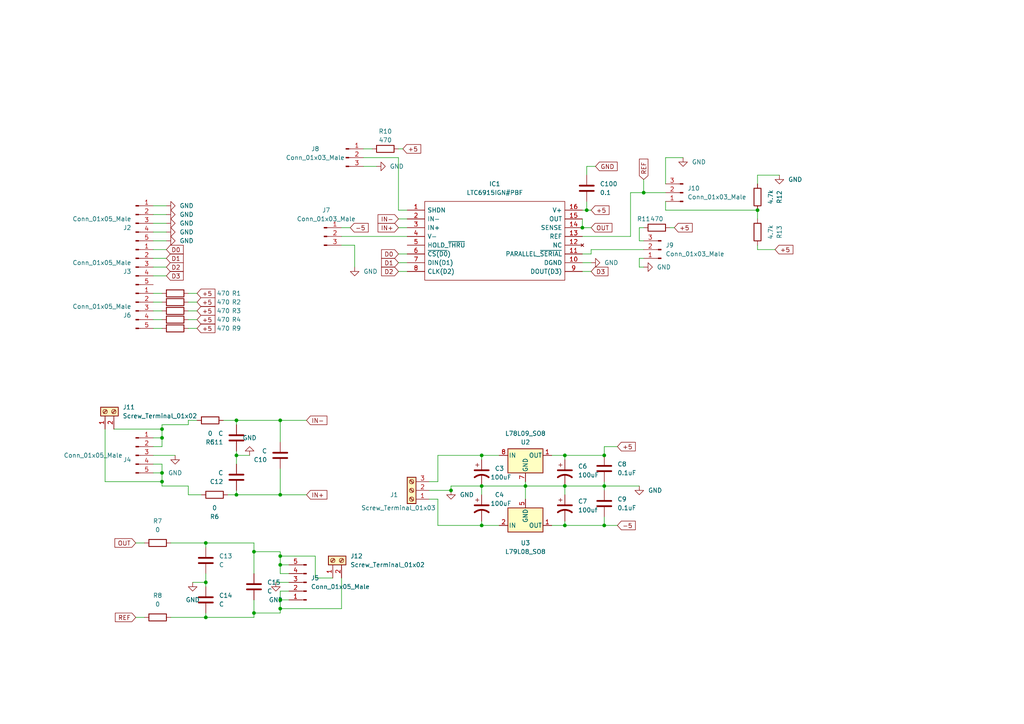
<source format=kicad_sch>
(kicad_sch (version 20211123) (generator eeschema)

  (uuid e63e39d7-6ac0-4ffd-8aa3-1841a4541b55)

  (paper "A4")

  (lib_symbols
    (symbol "Connector:Conn_01x03_Male" (pin_names (offset 1.016) hide) (in_bom yes) (on_board yes)
      (property "Reference" "J" (id 0) (at 0 5.08 0)
        (effects (font (size 1.27 1.27)))
      )
      (property "Value" "Conn_01x03_Male" (id 1) (at 0 -5.08 0)
        (effects (font (size 1.27 1.27)))
      )
      (property "Footprint" "" (id 2) (at 0 0 0)
        (effects (font (size 1.27 1.27)) hide)
      )
      (property "Datasheet" "~" (id 3) (at 0 0 0)
        (effects (font (size 1.27 1.27)) hide)
      )
      (property "ki_keywords" "connector" (id 4) (at 0 0 0)
        (effects (font (size 1.27 1.27)) hide)
      )
      (property "ki_description" "Generic connector, single row, 01x03, script generated (kicad-library-utils/schlib/autogen/connector/)" (id 5) (at 0 0 0)
        (effects (font (size 1.27 1.27)) hide)
      )
      (property "ki_fp_filters" "Connector*:*_1x??_*" (id 6) (at 0 0 0)
        (effects (font (size 1.27 1.27)) hide)
      )
      (symbol "Conn_01x03_Male_1_1"
        (polyline
          (pts
            (xy 1.27 -2.54)
            (xy 0.8636 -2.54)
          )
          (stroke (width 0.1524) (type default) (color 0 0 0 0))
          (fill (type none))
        )
        (polyline
          (pts
            (xy 1.27 0)
            (xy 0.8636 0)
          )
          (stroke (width 0.1524) (type default) (color 0 0 0 0))
          (fill (type none))
        )
        (polyline
          (pts
            (xy 1.27 2.54)
            (xy 0.8636 2.54)
          )
          (stroke (width 0.1524) (type default) (color 0 0 0 0))
          (fill (type none))
        )
        (rectangle (start 0.8636 -2.413) (end 0 -2.667)
          (stroke (width 0.1524) (type default) (color 0 0 0 0))
          (fill (type outline))
        )
        (rectangle (start 0.8636 0.127) (end 0 -0.127)
          (stroke (width 0.1524) (type default) (color 0 0 0 0))
          (fill (type outline))
        )
        (rectangle (start 0.8636 2.667) (end 0 2.413)
          (stroke (width 0.1524) (type default) (color 0 0 0 0))
          (fill (type outline))
        )
        (pin passive line (at 5.08 2.54 180) (length 3.81)
          (name "Pin_1" (effects (font (size 1.27 1.27))))
          (number "1" (effects (font (size 1.27 1.27))))
        )
        (pin passive line (at 5.08 0 180) (length 3.81)
          (name "Pin_2" (effects (font (size 1.27 1.27))))
          (number "2" (effects (font (size 1.27 1.27))))
        )
        (pin passive line (at 5.08 -2.54 180) (length 3.81)
          (name "Pin_3" (effects (font (size 1.27 1.27))))
          (number "3" (effects (font (size 1.27 1.27))))
        )
      )
    )
    (symbol "Connector:Conn_01x05_Male" (pin_names (offset 1.016) hide) (in_bom yes) (on_board yes)
      (property "Reference" "J" (id 0) (at 0 7.62 0)
        (effects (font (size 1.27 1.27)))
      )
      (property "Value" "Conn_01x05_Male" (id 1) (at 0 -7.62 0)
        (effects (font (size 1.27 1.27)))
      )
      (property "Footprint" "" (id 2) (at 0 0 0)
        (effects (font (size 1.27 1.27)) hide)
      )
      (property "Datasheet" "~" (id 3) (at 0 0 0)
        (effects (font (size 1.27 1.27)) hide)
      )
      (property "ki_keywords" "connector" (id 4) (at 0 0 0)
        (effects (font (size 1.27 1.27)) hide)
      )
      (property "ki_description" "Generic connector, single row, 01x05, script generated (kicad-library-utils/schlib/autogen/connector/)" (id 5) (at 0 0 0)
        (effects (font (size 1.27 1.27)) hide)
      )
      (property "ki_fp_filters" "Connector*:*_1x??_*" (id 6) (at 0 0 0)
        (effects (font (size 1.27 1.27)) hide)
      )
      (symbol "Conn_01x05_Male_1_1"
        (polyline
          (pts
            (xy 1.27 -5.08)
            (xy 0.8636 -5.08)
          )
          (stroke (width 0.1524) (type default) (color 0 0 0 0))
          (fill (type none))
        )
        (polyline
          (pts
            (xy 1.27 -2.54)
            (xy 0.8636 -2.54)
          )
          (stroke (width 0.1524) (type default) (color 0 0 0 0))
          (fill (type none))
        )
        (polyline
          (pts
            (xy 1.27 0)
            (xy 0.8636 0)
          )
          (stroke (width 0.1524) (type default) (color 0 0 0 0))
          (fill (type none))
        )
        (polyline
          (pts
            (xy 1.27 2.54)
            (xy 0.8636 2.54)
          )
          (stroke (width 0.1524) (type default) (color 0 0 0 0))
          (fill (type none))
        )
        (polyline
          (pts
            (xy 1.27 5.08)
            (xy 0.8636 5.08)
          )
          (stroke (width 0.1524) (type default) (color 0 0 0 0))
          (fill (type none))
        )
        (rectangle (start 0.8636 -4.953) (end 0 -5.207)
          (stroke (width 0.1524) (type default) (color 0 0 0 0))
          (fill (type outline))
        )
        (rectangle (start 0.8636 -2.413) (end 0 -2.667)
          (stroke (width 0.1524) (type default) (color 0 0 0 0))
          (fill (type outline))
        )
        (rectangle (start 0.8636 0.127) (end 0 -0.127)
          (stroke (width 0.1524) (type default) (color 0 0 0 0))
          (fill (type outline))
        )
        (rectangle (start 0.8636 2.667) (end 0 2.413)
          (stroke (width 0.1524) (type default) (color 0 0 0 0))
          (fill (type outline))
        )
        (rectangle (start 0.8636 5.207) (end 0 4.953)
          (stroke (width 0.1524) (type default) (color 0 0 0 0))
          (fill (type outline))
        )
        (pin passive line (at 5.08 5.08 180) (length 3.81)
          (name "Pin_1" (effects (font (size 1.27 1.27))))
          (number "1" (effects (font (size 1.27 1.27))))
        )
        (pin passive line (at 5.08 2.54 180) (length 3.81)
          (name "Pin_2" (effects (font (size 1.27 1.27))))
          (number "2" (effects (font (size 1.27 1.27))))
        )
        (pin passive line (at 5.08 0 180) (length 3.81)
          (name "Pin_3" (effects (font (size 1.27 1.27))))
          (number "3" (effects (font (size 1.27 1.27))))
        )
        (pin passive line (at 5.08 -2.54 180) (length 3.81)
          (name "Pin_4" (effects (font (size 1.27 1.27))))
          (number "4" (effects (font (size 1.27 1.27))))
        )
        (pin passive line (at 5.08 -5.08 180) (length 3.81)
          (name "Pin_5" (effects (font (size 1.27 1.27))))
          (number "5" (effects (font (size 1.27 1.27))))
        )
      )
    )
    (symbol "Connector:Screw_Terminal_01x02" (pin_names (offset 1.016) hide) (in_bom yes) (on_board yes)
      (property "Reference" "J" (id 0) (at 0 2.54 0)
        (effects (font (size 1.27 1.27)))
      )
      (property "Value" "Screw_Terminal_01x02" (id 1) (at 0 -5.08 0)
        (effects (font (size 1.27 1.27)))
      )
      (property "Footprint" "" (id 2) (at 0 0 0)
        (effects (font (size 1.27 1.27)) hide)
      )
      (property "Datasheet" "~" (id 3) (at 0 0 0)
        (effects (font (size 1.27 1.27)) hide)
      )
      (property "ki_keywords" "screw terminal" (id 4) (at 0 0 0)
        (effects (font (size 1.27 1.27)) hide)
      )
      (property "ki_description" "Generic screw terminal, single row, 01x02, script generated (kicad-library-utils/schlib/autogen/connector/)" (id 5) (at 0 0 0)
        (effects (font (size 1.27 1.27)) hide)
      )
      (property "ki_fp_filters" "TerminalBlock*:*" (id 6) (at 0 0 0)
        (effects (font (size 1.27 1.27)) hide)
      )
      (symbol "Screw_Terminal_01x02_1_1"
        (rectangle (start -1.27 1.27) (end 1.27 -3.81)
          (stroke (width 0.254) (type default) (color 0 0 0 0))
          (fill (type background))
        )
        (circle (center 0 -2.54) (radius 0.635)
          (stroke (width 0.1524) (type default) (color 0 0 0 0))
          (fill (type none))
        )
        (polyline
          (pts
            (xy -0.5334 -2.2098)
            (xy 0.3302 -3.048)
          )
          (stroke (width 0.1524) (type default) (color 0 0 0 0))
          (fill (type none))
        )
        (polyline
          (pts
            (xy -0.5334 0.3302)
            (xy 0.3302 -0.508)
          )
          (stroke (width 0.1524) (type default) (color 0 0 0 0))
          (fill (type none))
        )
        (polyline
          (pts
            (xy -0.3556 -2.032)
            (xy 0.508 -2.8702)
          )
          (stroke (width 0.1524) (type default) (color 0 0 0 0))
          (fill (type none))
        )
        (polyline
          (pts
            (xy -0.3556 0.508)
            (xy 0.508 -0.3302)
          )
          (stroke (width 0.1524) (type default) (color 0 0 0 0))
          (fill (type none))
        )
        (circle (center 0 0) (radius 0.635)
          (stroke (width 0.1524) (type default) (color 0 0 0 0))
          (fill (type none))
        )
        (pin passive line (at -5.08 0 0) (length 3.81)
          (name "Pin_1" (effects (font (size 1.27 1.27))))
          (number "1" (effects (font (size 1.27 1.27))))
        )
        (pin passive line (at -5.08 -2.54 0) (length 3.81)
          (name "Pin_2" (effects (font (size 1.27 1.27))))
          (number "2" (effects (font (size 1.27 1.27))))
        )
      )
    )
    (symbol "Connector:Screw_Terminal_01x03" (pin_names (offset 1.016) hide) (in_bom yes) (on_board yes)
      (property "Reference" "J" (id 0) (at 0 5.08 0)
        (effects (font (size 1.27 1.27)))
      )
      (property "Value" "Screw_Terminal_01x03" (id 1) (at 0 -5.08 0)
        (effects (font (size 1.27 1.27)))
      )
      (property "Footprint" "" (id 2) (at 0 0 0)
        (effects (font (size 1.27 1.27)) hide)
      )
      (property "Datasheet" "~" (id 3) (at 0 0 0)
        (effects (font (size 1.27 1.27)) hide)
      )
      (property "ki_keywords" "screw terminal" (id 4) (at 0 0 0)
        (effects (font (size 1.27 1.27)) hide)
      )
      (property "ki_description" "Generic screw terminal, single row, 01x03, script generated (kicad-library-utils/schlib/autogen/connector/)" (id 5) (at 0 0 0)
        (effects (font (size 1.27 1.27)) hide)
      )
      (property "ki_fp_filters" "TerminalBlock*:*" (id 6) (at 0 0 0)
        (effects (font (size 1.27 1.27)) hide)
      )
      (symbol "Screw_Terminal_01x03_1_1"
        (rectangle (start -1.27 3.81) (end 1.27 -3.81)
          (stroke (width 0.254) (type default) (color 0 0 0 0))
          (fill (type background))
        )
        (circle (center 0 -2.54) (radius 0.635)
          (stroke (width 0.1524) (type default) (color 0 0 0 0))
          (fill (type none))
        )
        (polyline
          (pts
            (xy -0.5334 -2.2098)
            (xy 0.3302 -3.048)
          )
          (stroke (width 0.1524) (type default) (color 0 0 0 0))
          (fill (type none))
        )
        (polyline
          (pts
            (xy -0.5334 0.3302)
            (xy 0.3302 -0.508)
          )
          (stroke (width 0.1524) (type default) (color 0 0 0 0))
          (fill (type none))
        )
        (polyline
          (pts
            (xy -0.5334 2.8702)
            (xy 0.3302 2.032)
          )
          (stroke (width 0.1524) (type default) (color 0 0 0 0))
          (fill (type none))
        )
        (polyline
          (pts
            (xy -0.3556 -2.032)
            (xy 0.508 -2.8702)
          )
          (stroke (width 0.1524) (type default) (color 0 0 0 0))
          (fill (type none))
        )
        (polyline
          (pts
            (xy -0.3556 0.508)
            (xy 0.508 -0.3302)
          )
          (stroke (width 0.1524) (type default) (color 0 0 0 0))
          (fill (type none))
        )
        (polyline
          (pts
            (xy -0.3556 3.048)
            (xy 0.508 2.2098)
          )
          (stroke (width 0.1524) (type default) (color 0 0 0 0))
          (fill (type none))
        )
        (circle (center 0 0) (radius 0.635)
          (stroke (width 0.1524) (type default) (color 0 0 0 0))
          (fill (type none))
        )
        (circle (center 0 2.54) (radius 0.635)
          (stroke (width 0.1524) (type default) (color 0 0 0 0))
          (fill (type none))
        )
        (pin passive line (at -5.08 2.54 0) (length 3.81)
          (name "Pin_1" (effects (font (size 1.27 1.27))))
          (number "1" (effects (font (size 1.27 1.27))))
        )
        (pin passive line (at -5.08 0 0) (length 3.81)
          (name "Pin_2" (effects (font (size 1.27 1.27))))
          (number "2" (effects (font (size 1.27 1.27))))
        )
        (pin passive line (at -5.08 -2.54 0) (length 3.81)
          (name "Pin_3" (effects (font (size 1.27 1.27))))
          (number "3" (effects (font (size 1.27 1.27))))
        )
      )
    )
    (symbol "Device:C" (pin_numbers hide) (pin_names (offset 0.254)) (in_bom yes) (on_board yes)
      (property "Reference" "C" (id 0) (at 0.635 2.54 0)
        (effects (font (size 1.27 1.27)) (justify left))
      )
      (property "Value" "C" (id 1) (at 0.635 -2.54 0)
        (effects (font (size 1.27 1.27)) (justify left))
      )
      (property "Footprint" "" (id 2) (at 0.9652 -3.81 0)
        (effects (font (size 1.27 1.27)) hide)
      )
      (property "Datasheet" "~" (id 3) (at 0 0 0)
        (effects (font (size 1.27 1.27)) hide)
      )
      (property "ki_keywords" "cap capacitor" (id 4) (at 0 0 0)
        (effects (font (size 1.27 1.27)) hide)
      )
      (property "ki_description" "Unpolarized capacitor" (id 5) (at 0 0 0)
        (effects (font (size 1.27 1.27)) hide)
      )
      (property "ki_fp_filters" "C_*" (id 6) (at 0 0 0)
        (effects (font (size 1.27 1.27)) hide)
      )
      (symbol "C_0_1"
        (polyline
          (pts
            (xy -2.032 -0.762)
            (xy 2.032 -0.762)
          )
          (stroke (width 0.508) (type default) (color 0 0 0 0))
          (fill (type none))
        )
        (polyline
          (pts
            (xy -2.032 0.762)
            (xy 2.032 0.762)
          )
          (stroke (width 0.508) (type default) (color 0 0 0 0))
          (fill (type none))
        )
      )
      (symbol "C_1_1"
        (pin passive line (at 0 3.81 270) (length 2.794)
          (name "~" (effects (font (size 1.27 1.27))))
          (number "1" (effects (font (size 1.27 1.27))))
        )
        (pin passive line (at 0 -3.81 90) (length 2.794)
          (name "~" (effects (font (size 1.27 1.27))))
          (number "2" (effects (font (size 1.27 1.27))))
        )
      )
    )
    (symbol "Device:C_Polarized_US" (pin_numbers hide) (pin_names (offset 0.254) hide) (in_bom yes) (on_board yes)
      (property "Reference" "C" (id 0) (at 0.635 2.54 0)
        (effects (font (size 1.27 1.27)) (justify left))
      )
      (property "Value" "C_Polarized_US" (id 1) (at 0.635 -2.54 0)
        (effects (font (size 1.27 1.27)) (justify left))
      )
      (property "Footprint" "" (id 2) (at 0 0 0)
        (effects (font (size 1.27 1.27)) hide)
      )
      (property "Datasheet" "~" (id 3) (at 0 0 0)
        (effects (font (size 1.27 1.27)) hide)
      )
      (property "ki_keywords" "cap capacitor" (id 4) (at 0 0 0)
        (effects (font (size 1.27 1.27)) hide)
      )
      (property "ki_description" "Polarized capacitor, US symbol" (id 5) (at 0 0 0)
        (effects (font (size 1.27 1.27)) hide)
      )
      (property "ki_fp_filters" "CP_*" (id 6) (at 0 0 0)
        (effects (font (size 1.27 1.27)) hide)
      )
      (symbol "C_Polarized_US_0_1"
        (polyline
          (pts
            (xy -2.032 0.762)
            (xy 2.032 0.762)
          )
          (stroke (width 0.508) (type default) (color 0 0 0 0))
          (fill (type none))
        )
        (polyline
          (pts
            (xy -1.778 2.286)
            (xy -0.762 2.286)
          )
          (stroke (width 0) (type default) (color 0 0 0 0))
          (fill (type none))
        )
        (polyline
          (pts
            (xy -1.27 1.778)
            (xy -1.27 2.794)
          )
          (stroke (width 0) (type default) (color 0 0 0 0))
          (fill (type none))
        )
        (arc (start 2.032 -1.27) (mid 0 -0.5572) (end -2.032 -1.27)
          (stroke (width 0.508) (type default) (color 0 0 0 0))
          (fill (type none))
        )
      )
      (symbol "C_Polarized_US_1_1"
        (pin passive line (at 0 3.81 270) (length 2.794)
          (name "~" (effects (font (size 1.27 1.27))))
          (number "1" (effects (font (size 1.27 1.27))))
        )
        (pin passive line (at 0 -3.81 90) (length 3.302)
          (name "~" (effects (font (size 1.27 1.27))))
          (number "2" (effects (font (size 1.27 1.27))))
        )
      )
    )
    (symbol "Device:R" (pin_numbers hide) (pin_names (offset 0)) (in_bom yes) (on_board yes)
      (property "Reference" "R" (id 0) (at 2.032 0 90)
        (effects (font (size 1.27 1.27)))
      )
      (property "Value" "R" (id 1) (at 0 0 90)
        (effects (font (size 1.27 1.27)))
      )
      (property "Footprint" "" (id 2) (at -1.778 0 90)
        (effects (font (size 1.27 1.27)) hide)
      )
      (property "Datasheet" "~" (id 3) (at 0 0 0)
        (effects (font (size 1.27 1.27)) hide)
      )
      (property "ki_keywords" "R res resistor" (id 4) (at 0 0 0)
        (effects (font (size 1.27 1.27)) hide)
      )
      (property "ki_description" "Resistor" (id 5) (at 0 0 0)
        (effects (font (size 1.27 1.27)) hide)
      )
      (property "ki_fp_filters" "R_*" (id 6) (at 0 0 0)
        (effects (font (size 1.27 1.27)) hide)
      )
      (symbol "R_0_1"
        (rectangle (start -1.016 -2.54) (end 1.016 2.54)
          (stroke (width 0.254) (type default) (color 0 0 0 0))
          (fill (type none))
        )
      )
      (symbol "R_1_1"
        (pin passive line (at 0 3.81 270) (length 1.27)
          (name "~" (effects (font (size 1.27 1.27))))
          (number "1" (effects (font (size 1.27 1.27))))
        )
        (pin passive line (at 0 -3.81 90) (length 1.27)
          (name "~" (effects (font (size 1.27 1.27))))
          (number "2" (effects (font (size 1.27 1.27))))
        )
      )
    )
    (symbol "Regulator_Linear:L78L09_SO8" (pin_names (offset 0.254)) (in_bom yes) (on_board yes)
      (property "Reference" "U" (id 0) (at -3.81 3.175 0)
        (effects (font (size 1.27 1.27)))
      )
      (property "Value" "L78L09_SO8" (id 1) (at 0 3.175 0)
        (effects (font (size 1.27 1.27)) (justify left))
      )
      (property "Footprint" "Package_SO:SOIC-8_3.9x4.9mm_P1.27mm" (id 2) (at 2.54 5.08 0)
        (effects (font (size 1.27 1.27) italic) hide)
      )
      (property "Datasheet" "http://www.st.com/content/ccc/resource/technical/document/datasheet/15/55/e5/aa/23/5b/43/fd/CD00000446.pdf/files/CD00000446.pdf/jcr:content/translations/en.CD00000446.pdf" (id 3) (at 5.08 0 0)
        (effects (font (size 1.27 1.27)) hide)
      )
      (property "ki_keywords" "Voltage Regulator 100mA Positive" (id 4) (at 0 0 0)
        (effects (font (size 1.27 1.27)) hide)
      )
      (property "ki_description" "Positive 100mA 30V Linear Regulator, Fixed Output 9V, SO-8" (id 5) (at 0 0 0)
        (effects (font (size 1.27 1.27)) hide)
      )
      (property "ki_fp_filters" "SOIC*3.9x4.9mm*P1.27mm*" (id 6) (at 0 0 0)
        (effects (font (size 1.27 1.27)) hide)
      )
      (symbol "L78L09_SO8_0_1"
        (rectangle (start -5.08 1.905) (end 5.08 -5.08)
          (stroke (width 0.254) (type default) (color 0 0 0 0))
          (fill (type background))
        )
      )
      (symbol "L78L09_SO8_1_1"
        (pin power_out line (at 7.62 0 180) (length 2.54)
          (name "OUT" (effects (font (size 1.27 1.27))))
          (number "1" (effects (font (size 1.27 1.27))))
        )
        (pin passive line (at 0 -7.62 90) (length 2.54) hide
          (name "GND" (effects (font (size 1.27 1.27))))
          (number "2" (effects (font (size 1.27 1.27))))
        )
        (pin passive line (at 0 -7.62 90) (length 2.54) hide
          (name "GND" (effects (font (size 1.27 1.27))))
          (number "3" (effects (font (size 1.27 1.27))))
        )
        (pin no_connect line (at -5.08 -2.54 0) (length 2.54) hide
          (name "NC" (effects (font (size 1.27 1.27))))
          (number "4" (effects (font (size 1.27 1.27))))
        )
        (pin no_connect line (at 5.08 -2.54 180) (length 2.54) hide
          (name "NC" (effects (font (size 1.27 1.27))))
          (number "5" (effects (font (size 1.27 1.27))))
        )
        (pin passive line (at 0 -7.62 90) (length 2.54) hide
          (name "GND" (effects (font (size 1.27 1.27))))
          (number "6" (effects (font (size 1.27 1.27))))
        )
        (pin power_in line (at 0 -7.62 90) (length 2.54)
          (name "GND" (effects (font (size 1.27 1.27))))
          (number "7" (effects (font (size 1.27 1.27))))
        )
        (pin power_in line (at -7.62 0 0) (length 2.54)
          (name "IN" (effects (font (size 1.27 1.27))))
          (number "8" (effects (font (size 1.27 1.27))))
        )
      )
    )
    (symbol "Regulator_Linear:L79L08_SO8" (pin_names (offset 0.254)) (in_bom yes) (on_board yes)
      (property "Reference" "U" (id 0) (at -3.81 -3.175 0)
        (effects (font (size 1.27 1.27)))
      )
      (property "Value" "L79L08_SO8" (id 1) (at 0 -3.175 0)
        (effects (font (size 1.27 1.27)) (justify left))
      )
      (property "Footprint" "Package_SO:SOIC-8_3.9x4.9mm_P1.27mm" (id 2) (at 0 -5.08 0)
        (effects (font (size 1.27 1.27) italic) hide)
      )
      (property "Datasheet" "http://www.farnell.com/datasheets/1827870.pdf" (id 3) (at 0 1.27 0)
        (effects (font (size 1.27 1.27)) hide)
      )
      (property "ki_keywords" "Voltage Regulator 100mA Negative" (id 4) (at 0 0 0)
        (effects (font (size 1.27 1.27)) hide)
      )
      (property "ki_description" "Negative 100mA -30V Linear Regulator, Fixed Output -5V, SO-8" (id 5) (at 0 0 0)
        (effects (font (size 1.27 1.27)) hide)
      )
      (property "ki_fp_filters" "SOIC?8*3.9x4.9mm*P1.27mm*" (id 6) (at 0 0 0)
        (effects (font (size 1.27 1.27)) hide)
      )
      (symbol "L79L08_SO8_0_1"
        (rectangle (start -5.08 5.08) (end 5.08 -1.905)
          (stroke (width 0.254) (type default) (color 0 0 0 0))
          (fill (type background))
        )
      )
      (symbol "L79L08_SO8_1_1"
        (pin power_out line (at 7.62 0 180) (length 2.54)
          (name "OUT" (effects (font (size 1.27 1.27))))
          (number "1" (effects (font (size 1.27 1.27))))
        )
        (pin power_in line (at -7.62 0 0) (length 2.54)
          (name "IN" (effects (font (size 1.27 1.27))))
          (number "2" (effects (font (size 1.27 1.27))))
        )
        (pin passive line (at -7.62 0 0) (length 2.54) hide
          (name "IN" (effects (font (size 1.27 1.27))))
          (number "3" (effects (font (size 1.27 1.27))))
        )
        (pin no_connect line (at 7.62 2.54 180) (length 2.54) hide
          (name "NC" (effects (font (size 1.27 1.27))))
          (number "4" (effects (font (size 1.27 1.27))))
        )
        (pin power_in line (at 0 7.62 270) (length 2.54)
          (name "GND" (effects (font (size 1.27 1.27))))
          (number "5" (effects (font (size 1.27 1.27))))
        )
        (pin passive line (at -7.62 0 0) (length 2.54) hide
          (name "IN" (effects (font (size 1.27 1.27))))
          (number "6" (effects (font (size 1.27 1.27))))
        )
        (pin passive line (at -7.62 0 0) (length 2.54) hide
          (name "IN" (effects (font (size 1.27 1.27))))
          (number "7" (effects (font (size 1.27 1.27))))
        )
        (pin no_connect line (at -7.62 2.54 0) (length 2.54) hide
          (name "NC" (effects (font (size 1.27 1.27))))
          (number "8" (effects (font (size 1.27 1.27))))
        )
      )
    )
    (symbol "ltc6915:LTC6915IGN#PBF" (pin_names (offset 0.762)) (in_bom yes) (on_board yes)
      (property "Reference" "IC" (id 0) (at 46.99 7.62 0)
        (effects (font (size 1.27 1.27)) (justify left))
      )
      (property "Value" "LTC6915IGN#PBF" (id 1) (at 46.99 5.08 0)
        (effects (font (size 1.27 1.27)) (justify left))
      )
      (property "Footprint" "SOP64P601X175-16N" (id 2) (at 46.99 2.54 0)
        (effects (font (size 1.27 1.27)) (justify left) hide)
      )
      (property "Datasheet" "http://www.linear.com/docs/4005" (id 3) (at 46.99 0 0)
        (effects (font (size 1.27 1.27)) (justify left) hide)
      )
      (property "Description" "LINEAR TECHNOLOGY - LTC6915IGN#PBF - INSTR AMPLIFIER, 200KHZ, 125DB, SSOP-16" (id 4) (at 46.99 -2.54 0)
        (effects (font (size 1.27 1.27)) (justify left) hide)
      )
      (property "Height" "1.75" (id 5) (at 46.99 -5.08 0)
        (effects (font (size 1.27 1.27)) (justify left) hide)
      )
      (property "Manufacturer_Name" "Linear Technology" (id 6) (at 46.99 -7.62 0)
        (effects (font (size 1.27 1.27)) (justify left) hide)
      )
      (property "Manufacturer_Part_Number" "LTC6915IGN#PBF" (id 7) (at 46.99 -10.16 0)
        (effects (font (size 1.27 1.27)) (justify left) hide)
      )
      (property "Mouser Part Number" "584-LTC6915IGN#PBF" (id 8) (at 46.99 -12.7 0)
        (effects (font (size 1.27 1.27)) (justify left) hide)
      )
      (property "Mouser Price/Stock" "https://www.mouser.com/Search/Refine.aspx?Keyword=584-LTC6915IGN%23PBF" (id 9) (at 46.99 -15.24 0)
        (effects (font (size 1.27 1.27)) (justify left) hide)
      )
      (property "Arrow Part Number" "LTC6915IGN#PBF" (id 10) (at 46.99 -17.78 0)
        (effects (font (size 1.27 1.27)) (justify left) hide)
      )
      (property "Arrow Price/Stock" "http://www.arrow.com/en/products/ltc6915ignpbf/linear-technology" (id 11) (at 46.99 -20.32 0)
        (effects (font (size 1.27 1.27)) (justify left) hide)
      )
      (property "ki_description" "LINEAR TECHNOLOGY - LTC6915IGN#PBF - INSTR AMPLIFIER, 200KHZ, 125DB, SSOP-16" (id 12) (at 0 0 0)
        (effects (font (size 1.27 1.27)) hide)
      )
      (symbol "LTC6915IGN#PBF_0_0"
        (pin passive line (at 0 0 0) (length 5.08)
          (name "SHDN" (effects (font (size 1.27 1.27))))
          (number "1" (effects (font (size 1.27 1.27))))
        )
        (pin passive line (at 50.8 -15.24 180) (length 5.08)
          (name "DGND" (effects (font (size 1.27 1.27))))
          (number "10" (effects (font (size 1.27 1.27))))
        )
        (pin passive line (at 50.8 -12.7 180) (length 5.08)
          (name "PARALLEL_~{SERIAL}" (effects (font (size 1.27 1.27))))
          (number "11" (effects (font (size 1.27 1.27))))
        )
        (pin no_connect line (at 50.8 -10.16 180) (length 5.08)
          (name "NC" (effects (font (size 1.27 1.27))))
          (number "12" (effects (font (size 1.27 1.27))))
        )
        (pin passive line (at 50.8 -7.62 180) (length 5.08)
          (name "REF" (effects (font (size 1.27 1.27))))
          (number "13" (effects (font (size 1.27 1.27))))
        )
        (pin passive line (at 50.8 -5.08 180) (length 5.08)
          (name "SENSE" (effects (font (size 1.27 1.27))))
          (number "14" (effects (font (size 1.27 1.27))))
        )
        (pin passive line (at 50.8 -2.54 180) (length 5.08)
          (name "OUT" (effects (font (size 1.27 1.27))))
          (number "15" (effects (font (size 1.27 1.27))))
        )
        (pin passive line (at 50.8 0 180) (length 5.08)
          (name "V+" (effects (font (size 1.27 1.27))))
          (number "16" (effects (font (size 1.27 1.27))))
        )
        (pin passive line (at 0 -2.54 0) (length 5.08)
          (name "IN-" (effects (font (size 1.27 1.27))))
          (number "2" (effects (font (size 1.27 1.27))))
        )
        (pin passive line (at 0 -5.08 0) (length 5.08)
          (name "IN+" (effects (font (size 1.27 1.27))))
          (number "3" (effects (font (size 1.27 1.27))))
        )
        (pin passive line (at 0 -7.62 0) (length 5.08)
          (name "V-" (effects (font (size 1.27 1.27))))
          (number "4" (effects (font (size 1.27 1.27))))
        )
        (pin passive line (at 0 -10.16 0) (length 5.08)
          (name "HOLD_~{THRU}" (effects (font (size 1.27 1.27))))
          (number "5" (effects (font (size 1.27 1.27))))
        )
        (pin passive line (at 0 -12.7 0) (length 5.08)
          (name "~{CS(D0})" (effects (font (size 1.27 1.27))))
          (number "6" (effects (font (size 1.27 1.27))))
        )
        (pin passive line (at 0 -15.24 0) (length 5.08)
          (name "DIN(D1)" (effects (font (size 1.27 1.27))))
          (number "7" (effects (font (size 1.27 1.27))))
        )
        (pin passive line (at 0 -17.78 0) (length 5.08)
          (name "CLK(D2)" (effects (font (size 1.27 1.27))))
          (number "8" (effects (font (size 1.27 1.27))))
        )
        (pin passive line (at 50.8 -17.78 180) (length 5.08)
          (name "DOUT(D3)" (effects (font (size 1.27 1.27))))
          (number "9" (effects (font (size 1.27 1.27))))
        )
      )
      (symbol "LTC6915IGN#PBF_0_1"
        (polyline
          (pts
            (xy 5.08 2.54)
            (xy 45.72 2.54)
            (xy 45.72 -20.32)
            (xy 5.08 -20.32)
            (xy 5.08 2.54)
          )
          (stroke (width 0.1524) (type default) (color 0 0 0 0))
          (fill (type none))
        )
      )
    )
    (symbol "power:GND" (power) (pin_names (offset 0)) (in_bom yes) (on_board yes)
      (property "Reference" "#PWR" (id 0) (at 0 -6.35 0)
        (effects (font (size 1.27 1.27)) hide)
      )
      (property "Value" "GND" (id 1) (at 0 -3.81 0)
        (effects (font (size 1.27 1.27)))
      )
      (property "Footprint" "" (id 2) (at 0 0 0)
        (effects (font (size 1.27 1.27)) hide)
      )
      (property "Datasheet" "" (id 3) (at 0 0 0)
        (effects (font (size 1.27 1.27)) hide)
      )
      (property "ki_keywords" "power-flag" (id 4) (at 0 0 0)
        (effects (font (size 1.27 1.27)) hide)
      )
      (property "ki_description" "Power symbol creates a global label with name \"GND\" , ground" (id 5) (at 0 0 0)
        (effects (font (size 1.27 1.27)) hide)
      )
      (symbol "GND_0_1"
        (polyline
          (pts
            (xy 0 0)
            (xy 0 -1.27)
            (xy 1.27 -1.27)
            (xy 0 -2.54)
            (xy -1.27 -1.27)
            (xy 0 -1.27)
          )
          (stroke (width 0) (type default) (color 0 0 0 0))
          (fill (type none))
        )
      )
      (symbol "GND_1_1"
        (pin power_in line (at 0 0 270) (length 0) hide
          (name "GND" (effects (font (size 1.27 1.27))))
          (number "1" (effects (font (size 1.27 1.27))))
        )
      )
    )
  )

  (junction (at 81.28 176.53) (diameter 0) (color 0 0 0 0)
    (uuid 177eaee5-32cd-4ed8-9cab-ea23f7fae319)
  )
  (junction (at 139.7 132.08) (diameter 0) (color 0 0 0 0)
    (uuid 2f3a1eef-c0ff-4ac8-8219-88f2fd3d4333)
  )
  (junction (at 68.58 132.08) (diameter 0) (color 0 0 0 0)
    (uuid 2fe18e5c-b2e3-406a-a811-3ecd7fc4fe7a)
  )
  (junction (at 81.28 173.99) (diameter 0) (color 0 0 0 0)
    (uuid 3476ea3d-2fa1-428c-a41b-27a1e511567f)
  )
  (junction (at 59.69 168.91) (diameter 0) (color 0 0 0 0)
    (uuid 3c0192dd-d24a-446b-b950-2e8032515a3f)
  )
  (junction (at 73.66 160.02) (diameter 0) (color 0 0 0 0)
    (uuid 4398f8fa-d695-4e4e-872c-712e94ad4f26)
  )
  (junction (at 68.58 121.92) (diameter 0) (color 0 0 0 0)
    (uuid 5c2379a9-3f3c-41c8-b2c1-13dd0d7eda39)
  )
  (junction (at 59.69 157.48) (diameter 0) (color 0 0 0 0)
    (uuid 67599675-06df-4c11-8717-4626865191af)
  )
  (junction (at 170.18 60.96) (diameter 0) (color 0 0 0 0)
    (uuid 7764abc9-073a-41b3-b0fc-3b7a7b0688e4)
  )
  (junction (at 81.28 163.83) (diameter 0) (color 0 0 0 0)
    (uuid 77fa3a34-f27b-4356-be15-e323c6971d96)
  )
  (junction (at 130.81 142.24) (diameter 0) (color 0 0 0 0)
    (uuid 79af4db6-baae-4c77-a86f-0586761cb86a)
  )
  (junction (at 46.99 124.46) (diameter 0) (color 0 0 0 0)
    (uuid 7ef59bd1-2177-4689-939e-d2f1f419fa14)
  )
  (junction (at 175.26 140.97) (diameter 0) (color 0 0 0 0)
    (uuid 8fe65e92-8ad0-4c44-9f8d-c997fb37f7c6)
  )
  (junction (at 46.99 139.7) (diameter 0) (color 0 0 0 0)
    (uuid 90ed2b6f-4ad8-4c89-8a18-0d2fde4e55cd)
  )
  (junction (at 163.83 152.4) (diameter 0) (color 0 0 0 0)
    (uuid a060e16f-f275-448b-8fa2-1c2b832ead39)
  )
  (junction (at 168.91 66.04) (diameter 0) (color 0 0 0 0)
    (uuid a4a740a0-a188-4e91-af91-446e3602d933)
  )
  (junction (at 175.26 152.4) (diameter 0) (color 0 0 0 0)
    (uuid a510e5e5-5ef7-4d6a-a501-65eee345df9c)
  )
  (junction (at 163.83 140.97) (diameter 0) (color 0 0 0 0)
    (uuid a85ba885-21f0-4ec6-a484-69d88e0e6f44)
  )
  (junction (at 81.28 121.92) (diameter 0) (color 0 0 0 0)
    (uuid b00d3b1e-1bfe-40cc-af47-b01fb18f5bdb)
  )
  (junction (at 73.66 177.8) (diameter 0) (color 0 0 0 0)
    (uuid b0d5b05a-66a7-4759-bc75-c7f3bbbe2fe2)
  )
  (junction (at 46.99 137.16) (diameter 0) (color 0 0 0 0)
    (uuid b2d7e3ce-20a7-4f6b-9f2d-a0ac35d9d422)
  )
  (junction (at 163.83 132.08) (diameter 0) (color 0 0 0 0)
    (uuid b7529180-b981-4b46-93d8-91bc4911cdab)
  )
  (junction (at 175.26 132.08) (diameter 0) (color 0 0 0 0)
    (uuid bcb3df34-74ce-4a88-a925-e228ed093aaf)
  )
  (junction (at 139.7 140.97) (diameter 0) (color 0 0 0 0)
    (uuid bd6b504f-39ab-4c2b-a42f-5daebc471130)
  )
  (junction (at 68.58 143.51) (diameter 0) (color 0 0 0 0)
    (uuid bfa56cc9-9b17-4e4d-b33b-7faa6cccac75)
  )
  (junction (at 81.28 161.29) (diameter 0) (color 0 0 0 0)
    (uuid c1031998-4337-4f25-aef4-21b7c897c8e3)
  )
  (junction (at 152.4 140.97) (diameter 0) (color 0 0 0 0)
    (uuid c767b374-7106-4464-9a46-293eb217d465)
  )
  (junction (at 139.7 152.4) (diameter 0) (color 0 0 0 0)
    (uuid c9a40d5d-4fe7-4da0-89eb-466f8c6c321b)
  )
  (junction (at 81.28 143.51) (diameter 0) (color 0 0 0 0)
    (uuid dc5172c5-524a-4209-aabc-bfe2c3aa4959)
  )
  (junction (at 46.99 127) (diameter 0) (color 0 0 0 0)
    (uuid de239ec1-465e-4f6d-89b6-859f8c147093)
  )
  (junction (at 219.71 60.96) (diameter 0) (color 0 0 0 0)
    (uuid ecd17538-5422-4aa3-9951-3654d3d4054e)
  )
  (junction (at 186.69 55.88) (diameter 0) (color 0 0 0 0)
    (uuid fc2d679e-af85-4d01-949f-91ff1ea734e7)
  )
  (junction (at 59.69 179.07) (diameter 0) (color 0 0 0 0)
    (uuid fdbb00ae-5d3d-470f-850f-e97cc2f4d4c5)
  )

  (wire (pts (xy 81.28 163.83) (xy 83.82 163.83))
    (stroke (width 0) (type default) (color 0 0 0 0))
    (uuid 0000cdeb-3844-4b54-9a90-2d10a9517890)
  )
  (wire (pts (xy 168.91 63.5) (xy 168.91 66.04))
    (stroke (width 0) (type default) (color 0 0 0 0))
    (uuid 04a3f71d-e36c-402c-99b1-61976a312842)
  )
  (wire (pts (xy 163.83 132.08) (xy 163.83 133.35))
    (stroke (width 0) (type default) (color 0 0 0 0))
    (uuid 0771d364-a669-462b-8c26-3e56d6fd2b2c)
  )
  (wire (pts (xy 81.28 161.29) (xy 81.28 163.83))
    (stroke (width 0) (type default) (color 0 0 0 0))
    (uuid 077b1dd0-c122-4893-bf87-fbe62370e04e)
  )
  (wire (pts (xy 73.66 160.02) (xy 81.28 160.02))
    (stroke (width 0) (type default) (color 0 0 0 0))
    (uuid 0890ea83-ccc5-4bfd-97b5-38d695115dc5)
  )
  (wire (pts (xy 54.61 121.92) (xy 57.15 121.92))
    (stroke (width 0) (type default) (color 0 0 0 0))
    (uuid 0b7a57b9-40fa-43f0-a510-0ec3130cf85e)
  )
  (wire (pts (xy 46.99 127) (xy 46.99 124.46))
    (stroke (width 0) (type default) (color 0 0 0 0))
    (uuid 0bde8fe3-11bc-4a4a-a3d0-4a942c2b1078)
  )
  (wire (pts (xy 226.06 50.8) (xy 219.71 50.8))
    (stroke (width 0) (type default) (color 0 0 0 0))
    (uuid 0e12af8d-3eb6-4dba-9bc2-a19de657d268)
  )
  (wire (pts (xy 185.42 74.93) (xy 185.42 77.47))
    (stroke (width 0) (type default) (color 0 0 0 0))
    (uuid 0ed3554c-d6e8-4168-aec8-5a9bdb95498b)
  )
  (wire (pts (xy 81.28 121.92) (xy 88.9 121.92))
    (stroke (width 0) (type default) (color 0 0 0 0))
    (uuid 0ef75dfd-5f39-48cb-8acc-e0b7dcfb9b3c)
  )
  (wire (pts (xy 81.28 160.02) (xy 81.28 161.29))
    (stroke (width 0) (type default) (color 0 0 0 0))
    (uuid 0f95ff88-2928-4c69-9456-5835698d517d)
  )
  (wire (pts (xy 46.99 129.54) (xy 44.45 129.54))
    (stroke (width 0) (type default) (color 0 0 0 0))
    (uuid 0fd624d6-37fc-4e2d-8d0a-5b36706c48ea)
  )
  (wire (pts (xy 175.26 129.54) (xy 175.26 132.08))
    (stroke (width 0) (type default) (color 0 0 0 0))
    (uuid 1108f7d7-1300-4e64-9d0c-b460edb02c0e)
  )
  (wire (pts (xy 99.06 66.04) (xy 101.6 66.04))
    (stroke (width 0) (type default) (color 0 0 0 0))
    (uuid 1213919b-001c-4a22-8399-5f9dab55d0d4)
  )
  (wire (pts (xy 175.26 139.7) (xy 175.26 140.97))
    (stroke (width 0) (type default) (color 0 0 0 0))
    (uuid 12b00521-7c4e-40ed-8476-41166bc98232)
  )
  (wire (pts (xy 105.41 48.26) (xy 109.22 48.26))
    (stroke (width 0) (type default) (color 0 0 0 0))
    (uuid 14449316-d548-4ee0-b20e-8a2a8358f455)
  )
  (wire (pts (xy 46.99 137.16) (xy 46.99 134.62))
    (stroke (width 0) (type default) (color 0 0 0 0))
    (uuid 15050510-a546-4bd7-a328-946ce99af69e)
  )
  (wire (pts (xy 193.04 60.96) (xy 219.71 60.96))
    (stroke (width 0) (type default) (color 0 0 0 0))
    (uuid 193d007f-8099-4c51-b9f0-e58141240683)
  )
  (wire (pts (xy 49.53 157.48) (xy 59.69 157.48))
    (stroke (width 0) (type default) (color 0 0 0 0))
    (uuid 1985bc87-0ab4-4638-864d-7295bf8533cd)
  )
  (wire (pts (xy 59.69 166.37) (xy 59.69 168.91))
    (stroke (width 0) (type default) (color 0 0 0 0))
    (uuid 1c5df908-5829-40e2-bd00-ba55b5d4e012)
  )
  (wire (pts (xy 175.26 152.4) (xy 163.83 152.4))
    (stroke (width 0) (type default) (color 0 0 0 0))
    (uuid 27260fd1-7e11-444d-9206-9db48718c252)
  )
  (wire (pts (xy 160.02 152.4) (xy 163.83 152.4))
    (stroke (width 0) (type default) (color 0 0 0 0))
    (uuid 27ab07ca-24f6-4b98-9e32-937f5364edd2)
  )
  (wire (pts (xy 170.18 48.26) (xy 170.18 50.8))
    (stroke (width 0) (type default) (color 0 0 0 0))
    (uuid 2c1b394a-7edc-4883-83c0-7ca0890f1f3a)
  )
  (wire (pts (xy 193.04 58.42) (xy 193.04 60.96))
    (stroke (width 0) (type default) (color 0 0 0 0))
    (uuid 2c24684c-5454-4207-bc3f-b66e8c50caf8)
  )
  (wire (pts (xy 170.18 60.96) (xy 171.45 60.96))
    (stroke (width 0) (type default) (color 0 0 0 0))
    (uuid 2c69defe-2b78-4426-be95-3bd9f1c2132d)
  )
  (wire (pts (xy 193.04 53.34) (xy 193.04 45.72))
    (stroke (width 0) (type default) (color 0 0 0 0))
    (uuid 320adaf7-dc9c-419f-a01e-756c06ecdf37)
  )
  (wire (pts (xy 115.57 66.04) (xy 118.11 66.04))
    (stroke (width 0) (type default) (color 0 0 0 0))
    (uuid 32901afc-d398-4ccc-807b-941349dccb64)
  )
  (wire (pts (xy 50.8 132.08) (xy 44.45 132.08))
    (stroke (width 0) (type default) (color 0 0 0 0))
    (uuid 33cfc2c8-6aae-47f4-98f2-98287553ab78)
  )
  (wire (pts (xy 102.87 71.12) (xy 99.06 71.12))
    (stroke (width 0) (type default) (color 0 0 0 0))
    (uuid 34953d2d-ef5f-482b-8f41-04d34e4038d3)
  )
  (wire (pts (xy 163.83 151.13) (xy 163.83 152.4))
    (stroke (width 0) (type default) (color 0 0 0 0))
    (uuid 3b61ba43-a744-4e60-91dd-12af0722c056)
  )
  (wire (pts (xy 33.02 124.46) (xy 46.99 124.46))
    (stroke (width 0) (type default) (color 0 0 0 0))
    (uuid 3d8d6622-15a7-4a48-8a89-5cb207f80f8c)
  )
  (wire (pts (xy 81.28 173.99) (xy 83.82 173.99))
    (stroke (width 0) (type default) (color 0 0 0 0))
    (uuid 43f262bf-eb2f-4cbd-a935-9fe377222111)
  )
  (wire (pts (xy 168.91 73.66) (xy 171.45 73.66))
    (stroke (width 0) (type default) (color 0 0 0 0))
    (uuid 46f1fe2c-bc01-4b14-852f-f73c7cee1411)
  )
  (wire (pts (xy 46.99 129.54) (xy 46.99 127))
    (stroke (width 0) (type default) (color 0 0 0 0))
    (uuid 478aa045-f8ef-432e-8807-416328384b75)
  )
  (wire (pts (xy 175.26 149.86) (xy 175.26 152.4))
    (stroke (width 0) (type default) (color 0 0 0 0))
    (uuid 47c2b278-ae5d-4e95-b5c8-9e4f00c4a0ec)
  )
  (wire (pts (xy 219.71 72.39) (xy 219.71 71.12))
    (stroke (width 0) (type default) (color 0 0 0 0))
    (uuid 4885855f-3101-4eeb-bd05-df9d79aaa52d)
  )
  (wire (pts (xy 44.45 95.25) (xy 46.99 95.25))
    (stroke (width 0) (type default) (color 0 0 0 0))
    (uuid 492e5721-3869-4342-9722-7e09d8e244fb)
  )
  (wire (pts (xy 44.45 72.39) (xy 48.26 72.39))
    (stroke (width 0) (type default) (color 0 0 0 0))
    (uuid 4a9a2aa6-3edc-48fc-95db-c00475df1260)
  )
  (wire (pts (xy 44.45 90.17) (xy 46.99 90.17))
    (stroke (width 0) (type default) (color 0 0 0 0))
    (uuid 4cef2dba-0800-470b-bf8c-4a1d00eb3449)
  )
  (wire (pts (xy 30.48 124.46) (xy 30.48 139.7))
    (stroke (width 0) (type default) (color 0 0 0 0))
    (uuid 4ffcdb8b-64e1-4942-9c09-0f29913b27d1)
  )
  (wire (pts (xy 168.91 68.58) (xy 182.88 68.58))
    (stroke (width 0) (type default) (color 0 0 0 0))
    (uuid 531f1776-0aba-4374-8ec7-caab0917f375)
  )
  (wire (pts (xy 73.66 177.8) (xy 81.28 177.8))
    (stroke (width 0) (type default) (color 0 0 0 0))
    (uuid 5483821c-f480-431e-940c-69c1cf7e33ba)
  )
  (wire (pts (xy 139.7 140.97) (xy 139.7 143.51))
    (stroke (width 0) (type default) (color 0 0 0 0))
    (uuid 55159f70-13f1-47a3-bb2b-c74826aa604c)
  )
  (wire (pts (xy 46.99 140.97) (xy 46.99 139.7))
    (stroke (width 0) (type default) (color 0 0 0 0))
    (uuid 56901b39-cfc3-4023-9e18-e076ce74e121)
  )
  (wire (pts (xy 163.83 132.08) (xy 175.26 132.08))
    (stroke (width 0) (type default) (color 0 0 0 0))
    (uuid 5839a4ee-743d-44ba-92fc-43f59394a1eb)
  )
  (wire (pts (xy 81.28 171.45) (xy 83.82 171.45))
    (stroke (width 0) (type default) (color 0 0 0 0))
    (uuid 5862d5d4-0323-488a-a88d-eea5d0e5ba3e)
  )
  (wire (pts (xy 59.69 157.48) (xy 73.66 157.48))
    (stroke (width 0) (type default) (color 0 0 0 0))
    (uuid 5b1c35de-c800-426c-8177-676808c64ca8)
  )
  (wire (pts (xy 115.57 43.18) (xy 116.84 43.18))
    (stroke (width 0) (type default) (color 0 0 0 0))
    (uuid 5b729821-0497-4505-b6cf-9295ad4d07ed)
  )
  (wire (pts (xy 152.4 140.97) (xy 152.4 144.78))
    (stroke (width 0) (type default) (color 0 0 0 0))
    (uuid 5f5a1385-75d4-4463-bc21-a6137b8c26df)
  )
  (wire (pts (xy 91.44 161.29) (xy 81.28 161.29))
    (stroke (width 0) (type default) (color 0 0 0 0))
    (uuid 62506b67-fd88-4855-9687-b5fe06e7aa76)
  )
  (wire (pts (xy 139.7 133.35) (xy 139.7 132.08))
    (stroke (width 0) (type default) (color 0 0 0 0))
    (uuid 63065c9b-8053-430e-bdb0-072a1e704078)
  )
  (wire (pts (xy 54.61 90.17) (xy 57.15 90.17))
    (stroke (width 0) (type default) (color 0 0 0 0))
    (uuid 643a2ce8-6b60-4a93-ac8b-a06a56d2777e)
  )
  (wire (pts (xy 186.69 55.88) (xy 193.04 55.88))
    (stroke (width 0) (type default) (color 0 0 0 0))
    (uuid 65d9c0cb-bdd2-4df9-aea0-b98d0f2fbef2)
  )
  (wire (pts (xy 59.69 168.91) (xy 59.69 170.18))
    (stroke (width 0) (type default) (color 0 0 0 0))
    (uuid 666a344f-a3a1-4d56-8ff1-9b4e7ba73174)
  )
  (wire (pts (xy 44.45 69.85) (xy 48.26 69.85))
    (stroke (width 0) (type default) (color 0 0 0 0))
    (uuid 66d051be-d2ae-4c10-937f-1207a97c6f6d)
  )
  (wire (pts (xy 54.61 95.25) (xy 57.15 95.25))
    (stroke (width 0) (type default) (color 0 0 0 0))
    (uuid 67cada5e-0453-467c-a01e-480d5da23aab)
  )
  (wire (pts (xy 44.45 87.63) (xy 46.99 87.63))
    (stroke (width 0) (type default) (color 0 0 0 0))
    (uuid 69456070-5eb9-4896-b7f2-520df667e5df)
  )
  (wire (pts (xy 224.79 72.39) (xy 219.71 72.39))
    (stroke (width 0) (type default) (color 0 0 0 0))
    (uuid 6a91511d-b6b1-48b1-b832-9887de6e1d0a)
  )
  (wire (pts (xy 175.26 140.97) (xy 163.83 140.97))
    (stroke (width 0) (type default) (color 0 0 0 0))
    (uuid 6b27d8b2-ee0e-419a-8cca-494e0b743c57)
  )
  (wire (pts (xy 105.41 43.18) (xy 107.95 43.18))
    (stroke (width 0) (type default) (color 0 0 0 0))
    (uuid 6cac839b-2326-4dfe-9039-a87f585cabae)
  )
  (wire (pts (xy 99.06 176.53) (xy 81.28 176.53))
    (stroke (width 0) (type default) (color 0 0 0 0))
    (uuid 7178227c-4138-4596-9296-82c8d175b17d)
  )
  (wire (pts (xy 54.61 92.71) (xy 57.15 92.71))
    (stroke (width 0) (type default) (color 0 0 0 0))
    (uuid 722e37e5-7ab4-4acb-846d-463ab9d155c6)
  )
  (wire (pts (xy 186.69 72.39) (xy 171.45 72.39))
    (stroke (width 0) (type default) (color 0 0 0 0))
    (uuid 735029a5-f8d7-4b7b-a666-88f83f11d2cb)
  )
  (wire (pts (xy 54.61 140.97) (xy 54.61 143.51))
    (stroke (width 0) (type default) (color 0 0 0 0))
    (uuid 758d692a-0587-403f-a2ae-a63c2fd3b6e9)
  )
  (wire (pts (xy 46.99 139.7) (xy 46.99 137.16))
    (stroke (width 0) (type default) (color 0 0 0 0))
    (uuid 763f8aee-1a8b-4b06-9a05-d0c9087dd726)
  )
  (wire (pts (xy 81.28 173.99) (xy 81.28 176.53))
    (stroke (width 0) (type default) (color 0 0 0 0))
    (uuid 76887987-5d2f-4040-8ebf-603bae967a51)
  )
  (wire (pts (xy 127 144.78) (xy 127 152.4))
    (stroke (width 0) (type default) (color 0 0 0 0))
    (uuid 76ff16ff-0d33-4704-b0f8-f9c9f4b3e595)
  )
  (wire (pts (xy 44.45 92.71) (xy 46.99 92.71))
    (stroke (width 0) (type default) (color 0 0 0 0))
    (uuid 78f030b5-6242-4cf6-a182-1531a613d1b5)
  )
  (wire (pts (xy 115.57 60.96) (xy 118.11 60.96))
    (stroke (width 0) (type default) (color 0 0 0 0))
    (uuid 791cb1e9-c751-4edb-9829-dc7f8d578862)
  )
  (wire (pts (xy 139.7 132.08) (xy 144.78 132.08))
    (stroke (width 0) (type default) (color 0 0 0 0))
    (uuid 7a892666-f893-4a9e-a892-48887ab6e38d)
  )
  (wire (pts (xy 219.71 60.96) (xy 219.71 63.5))
    (stroke (width 0) (type default) (color 0 0 0 0))
    (uuid 7ba15a9e-861b-430a-8032-a331bf9e28cb)
  )
  (wire (pts (xy 115.57 45.72) (xy 115.57 60.96))
    (stroke (width 0) (type default) (color 0 0 0 0))
    (uuid 7be5d1ac-99a4-489f-853a-d87c0bd7e8c8)
  )
  (wire (pts (xy 185.42 77.47) (xy 186.69 77.47))
    (stroke (width 0) (type default) (color 0 0 0 0))
    (uuid 7eb63757-8bf3-4d31-a117-fb3ecb65abd0)
  )
  (wire (pts (xy 182.88 55.88) (xy 186.69 55.88))
    (stroke (width 0) (type default) (color 0 0 0 0))
    (uuid 82ce4e4c-35df-4bed-a67c-3c2fd8eea5ad)
  )
  (wire (pts (xy 81.28 121.92) (xy 81.28 128.27))
    (stroke (width 0) (type default) (color 0 0 0 0))
    (uuid 85b7f4ca-9ea0-423d-8fdb-43b5793ca477)
  )
  (wire (pts (xy 44.45 67.31) (xy 48.26 67.31))
    (stroke (width 0) (type default) (color 0 0 0 0))
    (uuid 8a0125f6-f8f3-4dd5-b01f-4d1c5ffe7675)
  )
  (wire (pts (xy 46.99 134.62) (xy 44.45 134.62))
    (stroke (width 0) (type default) (color 0 0 0 0))
    (uuid 8be4a883-f080-4814-8a07-e3a6d8d53746)
  )
  (wire (pts (xy 44.45 74.93) (xy 48.26 74.93))
    (stroke (width 0) (type default) (color 0 0 0 0))
    (uuid 8debaeca-e0b4-470e-8435-74be72bc5732)
  )
  (wire (pts (xy 39.37 157.48) (xy 41.91 157.48))
    (stroke (width 0) (type default) (color 0 0 0 0))
    (uuid 8e6ea1a0-e008-4c86-8a3f-c33f408cadf4)
  )
  (wire (pts (xy 168.91 76.2) (xy 171.45 76.2))
    (stroke (width 0) (type default) (color 0 0 0 0))
    (uuid 903a6e70-8640-431b-90ab-8f8846476d21)
  )
  (wire (pts (xy 68.58 143.51) (xy 81.28 143.51))
    (stroke (width 0) (type default) (color 0 0 0 0))
    (uuid 9102eee1-fd6a-4e1d-8365-191015acf0e6)
  )
  (wire (pts (xy 68.58 132.08) (xy 68.58 130.81))
    (stroke (width 0) (type default) (color 0 0 0 0))
    (uuid 91997f3b-2ffa-4241-9b13-90632295f66a)
  )
  (wire (pts (xy 168.91 78.74) (xy 171.45 78.74))
    (stroke (width 0) (type default) (color 0 0 0 0))
    (uuid 931e2ee1-bc69-4f82-9395-337528946ab5)
  )
  (wire (pts (xy 127 132.08) (xy 139.7 132.08))
    (stroke (width 0) (type default) (color 0 0 0 0))
    (uuid 9326384b-4777-4c92-aa2f-2d08e6267257)
  )
  (wire (pts (xy 139.7 151.13) (xy 139.7 152.4))
    (stroke (width 0) (type default) (color 0 0 0 0))
    (uuid 97931d4a-7c02-4a9b-a790-a3569eede93c)
  )
  (wire (pts (xy 81.28 135.89) (xy 81.28 143.51))
    (stroke (width 0) (type default) (color 0 0 0 0))
    (uuid 9996a950-8e48-41b7-a127-02aa56a91732)
  )
  (wire (pts (xy 130.81 142.24) (xy 130.81 140.97))
    (stroke (width 0) (type default) (color 0 0 0 0))
    (uuid 9abd6d67-ba40-4dee-af1a-810a8242c86f)
  )
  (wire (pts (xy 102.87 77.47) (xy 102.87 71.12))
    (stroke (width 0) (type default) (color 0 0 0 0))
    (uuid 9c772f78-f3d6-40c4-b595-e161a0043767)
  )
  (wire (pts (xy 46.99 137.16) (xy 44.45 137.16))
    (stroke (width 0) (type default) (color 0 0 0 0))
    (uuid 9c7a3c1d-88cb-4e1e-8026-3d4bf2bdb098)
  )
  (wire (pts (xy 81.28 176.53) (xy 81.28 177.8))
    (stroke (width 0) (type default) (color 0 0 0 0))
    (uuid 9df4cfe5-0258-43cc-83d4-a41aeef9cb98)
  )
  (wire (pts (xy 185.42 66.04) (xy 185.42 69.85))
    (stroke (width 0) (type default) (color 0 0 0 0))
    (uuid a1c15a37-cde3-4757-9757-610ec8c5087a)
  )
  (wire (pts (xy 72.39 132.08) (xy 68.58 132.08))
    (stroke (width 0) (type default) (color 0 0 0 0))
    (uuid a40d8a8d-12ce-4131-a3fe-0bd7008a6508)
  )
  (wire (pts (xy 194.31 66.04) (xy 195.58 66.04))
    (stroke (width 0) (type default) (color 0 0 0 0))
    (uuid a6042be4-3064-47ca-a958-3258c7eac6b2)
  )
  (wire (pts (xy 160.02 132.08) (xy 163.83 132.08))
    (stroke (width 0) (type default) (color 0 0 0 0))
    (uuid a83a46a9-63ee-4d26-bfce-0ba963092218)
  )
  (wire (pts (xy 172.72 48.26) (xy 170.18 48.26))
    (stroke (width 0) (type default) (color 0 0 0 0))
    (uuid a8c08cc9-c81d-4fae-a335-a7409513a612)
  )
  (wire (pts (xy 30.48 139.7) (xy 46.99 139.7))
    (stroke (width 0) (type default) (color 0 0 0 0))
    (uuid a8da55b7-d542-42e0-914d-e4844956eda0)
  )
  (wire (pts (xy 54.61 123.19) (xy 46.99 123.19))
    (stroke (width 0) (type default) (color 0 0 0 0))
    (uuid a92e4eba-2a5b-4145-aff8-0e308ba1c9b9)
  )
  (wire (pts (xy 105.41 45.72) (xy 115.57 45.72))
    (stroke (width 0) (type default) (color 0 0 0 0))
    (uuid aa9feb4a-da0f-4321-9838-2d3c9be7b58c)
  )
  (wire (pts (xy 73.66 173.99) (xy 73.66 177.8))
    (stroke (width 0) (type default) (color 0 0 0 0))
    (uuid ab7bde7b-88a3-4281-93a7-02764492f31f)
  )
  (wire (pts (xy 185.42 69.85) (xy 186.69 69.85))
    (stroke (width 0) (type default) (color 0 0 0 0))
    (uuid acd6dbc3-30de-46d9-83ec-30429ba17a85)
  )
  (wire (pts (xy 219.71 50.8) (xy 219.71 53.34))
    (stroke (width 0) (type default) (color 0 0 0 0))
    (uuid af2476f3-a46d-46e8-8bc0-e166d2413d62)
  )
  (wire (pts (xy 49.53 179.07) (xy 59.69 179.07))
    (stroke (width 0) (type default) (color 0 0 0 0))
    (uuid b2ccdeab-6b42-4657-b2ea-7701557e6bc0)
  )
  (wire (pts (xy 54.61 85.09) (xy 57.15 85.09))
    (stroke (width 0) (type default) (color 0 0 0 0))
    (uuid b347e90a-c999-4b14-a9d3-2b2d4d1014e6)
  )
  (wire (pts (xy 179.07 152.4) (xy 175.26 152.4))
    (stroke (width 0) (type default) (color 0 0 0 0))
    (uuid b367d731-810d-4dbe-aa2e-ab2616fc23ec)
  )
  (wire (pts (xy 54.61 140.97) (xy 46.99 140.97))
    (stroke (width 0) (type default) (color 0 0 0 0))
    (uuid b3abb7e1-a532-4b8a-8aa8-07fde501c930)
  )
  (wire (pts (xy 99.06 68.58) (xy 118.11 68.58))
    (stroke (width 0) (type default) (color 0 0 0 0))
    (uuid b5e28bbf-013b-432f-9cd2-f0ad311bbba1)
  )
  (wire (pts (xy 115.57 76.2) (xy 118.11 76.2))
    (stroke (width 0) (type default) (color 0 0 0 0))
    (uuid b6d486e0-ff80-4f09-9ec5-e94c0f30a76d)
  )
  (wire (pts (xy 130.81 140.97) (xy 139.7 140.97))
    (stroke (width 0) (type default) (color 0 0 0 0))
    (uuid b8825d99-40ea-4358-a66a-e9f243080c3f)
  )
  (wire (pts (xy 46.99 127) (xy 44.45 127))
    (stroke (width 0) (type default) (color 0 0 0 0))
    (uuid b91e1540-8d3c-468b-9e1d-93f105ae0804)
  )
  (wire (pts (xy 44.45 62.23) (xy 48.26 62.23))
    (stroke (width 0) (type default) (color 0 0 0 0))
    (uuid ba850406-6456-4341-941c-27baba89f793)
  )
  (wire (pts (xy 124.46 139.7) (xy 127 139.7))
    (stroke (width 0) (type default) (color 0 0 0 0))
    (uuid bc90f0c0-612e-411d-9c41-1a8ebb2b39fc)
  )
  (wire (pts (xy 124.46 142.24) (xy 130.81 142.24))
    (stroke (width 0) (type default) (color 0 0 0 0))
    (uuid bd5bb503-514b-468b-8abd-7e31ffd332b7)
  )
  (wire (pts (xy 44.45 77.47) (xy 48.26 77.47))
    (stroke (width 0) (type default) (color 0 0 0 0))
    (uuid bdf7fe8e-416e-4ff5-9ab7-74a80b472c6d)
  )
  (wire (pts (xy 171.45 72.39) (xy 171.45 73.66))
    (stroke (width 0) (type default) (color 0 0 0 0))
    (uuid c1d96814-57e1-406d-b618-08e35b37a662)
  )
  (wire (pts (xy 81.28 171.45) (xy 81.28 173.99))
    (stroke (width 0) (type default) (color 0 0 0 0))
    (uuid c38bccd9-31c3-4de7-928e-28941d8d4bb8)
  )
  (wire (pts (xy 44.45 80.01) (xy 48.26 80.01))
    (stroke (width 0) (type default) (color 0 0 0 0))
    (uuid c3cd05ec-4b6b-4ce1-83c2-5bfd1eb7c044)
  )
  (wire (pts (xy 96.52 167.64) (xy 91.44 167.64))
    (stroke (width 0) (type default) (color 0 0 0 0))
    (uuid c450a81b-7c5e-4c7b-bdfe-aab4d8d28522)
  )
  (wire (pts (xy 73.66 160.02) (xy 73.66 157.48))
    (stroke (width 0) (type default) (color 0 0 0 0))
    (uuid c4ee5d6d-f02e-4abd-a7c0-6fd340101d5b)
  )
  (wire (pts (xy 81.28 163.83) (xy 81.28 166.37))
    (stroke (width 0) (type default) (color 0 0 0 0))
    (uuid c5328003-7aee-4519-a1d5-9a88f07e5e84)
  )
  (wire (pts (xy 55.88 168.91) (xy 59.69 168.91))
    (stroke (width 0) (type default) (color 0 0 0 0))
    (uuid c5783842-8af5-4aae-9ae8-b37916743424)
  )
  (wire (pts (xy 163.83 140.97) (xy 163.83 143.51))
    (stroke (width 0) (type default) (color 0 0 0 0))
    (uuid c5ec54f0-0d08-4954-a314-8acf9272ac84)
  )
  (wire (pts (xy 54.61 123.19) (xy 54.61 121.92))
    (stroke (width 0) (type default) (color 0 0 0 0))
    (uuid c81b9a71-a3fb-414d-a1e0-33362f03e3dd)
  )
  (wire (pts (xy 80.01 168.91) (xy 83.82 168.91))
    (stroke (width 0) (type default) (color 0 0 0 0))
    (uuid c8f75153-ffc5-4770-bc65-4dba46bcc524)
  )
  (wire (pts (xy 139.7 152.4) (xy 144.78 152.4))
    (stroke (width 0) (type default) (color 0 0 0 0))
    (uuid cb6506b0-3912-438a-b6ea-123a23611666)
  )
  (wire (pts (xy 186.69 74.93) (xy 185.42 74.93))
    (stroke (width 0) (type default) (color 0 0 0 0))
    (uuid cba87f5e-f943-4e50-8852-6e9aa47e8ec4)
  )
  (wire (pts (xy 139.7 140.97) (xy 152.4 140.97))
    (stroke (width 0) (type default) (color 0 0 0 0))
    (uuid cdbac3ad-7252-4da8-b1a5-17f3fd6da071)
  )
  (wire (pts (xy 170.18 58.42) (xy 170.18 60.96))
    (stroke (width 0) (type default) (color 0 0 0 0))
    (uuid ce6fac4e-d3d3-4ba0-9fa2-35fb5e6a0003)
  )
  (wire (pts (xy 44.45 59.69) (xy 48.26 59.69))
    (stroke (width 0) (type default) (color 0 0 0 0))
    (uuid ced4d843-8ff9-4360-b6c6-a81f7bb3f151)
  )
  (wire (pts (xy 182.88 68.58) (xy 182.88 55.88))
    (stroke (width 0) (type default) (color 0 0 0 0))
    (uuid cfacc18b-c7c7-477a-9f03-3f054235a99d)
  )
  (wire (pts (xy 66.04 143.51) (xy 68.58 143.51))
    (stroke (width 0) (type default) (color 0 0 0 0))
    (uuid d5a4f460-551e-4e03-8767-8aaea22aa581)
  )
  (wire (pts (xy 59.69 179.07) (xy 59.69 177.8))
    (stroke (width 0) (type default) (color 0 0 0 0))
    (uuid d6c4016a-33ad-4d3e-98e2-6551cc437117)
  )
  (wire (pts (xy 186.69 66.04) (xy 185.42 66.04))
    (stroke (width 0) (type default) (color 0 0 0 0))
    (uuid d71f56af-54de-45e4-8c57-3d810ee4d5ee)
  )
  (wire (pts (xy 168.91 60.96) (xy 170.18 60.96))
    (stroke (width 0) (type default) (color 0 0 0 0))
    (uuid d76fd3ca-3b7e-4851-811a-6f986d3b306e)
  )
  (wire (pts (xy 185.42 140.97) (xy 175.26 140.97))
    (stroke (width 0) (type default) (color 0 0 0 0))
    (uuid d87cc3e6-70e4-41ba-bfa9-1612995ab3dd)
  )
  (wire (pts (xy 193.04 45.72) (xy 198.12 45.72))
    (stroke (width 0) (type default) (color 0 0 0 0))
    (uuid d8f6b77f-bde2-4824-b9e2-53c92a41d9c6)
  )
  (wire (pts (xy 127 139.7) (xy 127 132.08))
    (stroke (width 0) (type default) (color 0 0 0 0))
    (uuid ddb850dd-54a7-4b63-bc5c-bb6ecd4a3633)
  )
  (wire (pts (xy 68.58 121.92) (xy 68.58 123.19))
    (stroke (width 0) (type default) (color 0 0 0 0))
    (uuid dea37ff8-33ab-4b8a-8fcf-109adaaed201)
  )
  (wire (pts (xy 44.45 85.09) (xy 46.99 85.09))
    (stroke (width 0) (type default) (color 0 0 0 0))
    (uuid dfb8e748-f834-4cd6-bb63-ac8214786201)
  )
  (wire (pts (xy 81.28 166.37) (xy 83.82 166.37))
    (stroke (width 0) (type default) (color 0 0 0 0))
    (uuid dfef2219-8778-4fb2-adf5-c3364bbfc557)
  )
  (wire (pts (xy 73.66 166.37) (xy 73.66 160.02))
    (stroke (width 0) (type default) (color 0 0 0 0))
    (uuid e048495f-a403-4386-8781-13f6cfcf95dd)
  )
  (wire (pts (xy 73.66 177.8) (xy 73.66 179.07))
    (stroke (width 0) (type default) (color 0 0 0 0))
    (uuid e1617ec3-a498-436b-9e61-679d0f71cfee)
  )
  (wire (pts (xy 68.58 143.51) (xy 68.58 142.24))
    (stroke (width 0) (type default) (color 0 0 0 0))
    (uuid e417bf97-2189-4fdb-b330-9502f569074c)
  )
  (wire (pts (xy 91.44 167.64) (xy 91.44 161.29))
    (stroke (width 0) (type default) (color 0 0 0 0))
    (uuid e4cd61ce-5a75-4af2-910e-585336978120)
  )
  (wire (pts (xy 124.46 144.78) (xy 127 144.78))
    (stroke (width 0) (type default) (color 0 0 0 0))
    (uuid e6e4ba06-5100-4065-b809-01784b64c06b)
  )
  (wire (pts (xy 68.58 134.62) (xy 68.58 132.08))
    (stroke (width 0) (type default) (color 0 0 0 0))
    (uuid e7459969-5169-4061-9e18-68f7bc4b30cf)
  )
  (wire (pts (xy 46.99 124.46) (xy 46.99 123.19))
    (stroke (width 0) (type default) (color 0 0 0 0))
    (uuid eaa8923d-ab12-4d17-a4b6-fe285a74676a)
  )
  (wire (pts (xy 81.28 143.51) (xy 88.9 143.51))
    (stroke (width 0) (type default) (color 0 0 0 0))
    (uuid ec29c278-4576-4663-9f88-4fa484a7149f)
  )
  (wire (pts (xy 127 152.4) (xy 139.7 152.4))
    (stroke (width 0) (type default) (color 0 0 0 0))
    (uuid effa9ffa-d173-4290-8a92-c5f93d4c73ba)
  )
  (wire (pts (xy 54.61 143.51) (xy 58.42 143.51))
    (stroke (width 0) (type default) (color 0 0 0 0))
    (uuid f08cdb14-8d74-45a4-a7b6-076959dbe7c9)
  )
  (wire (pts (xy 152.4 139.7) (xy 152.4 140.97))
    (stroke (width 0) (type default) (color 0 0 0 0))
    (uuid f19e33ae-597f-4b9a-8f2d-c4d9c6bead68)
  )
  (wire (pts (xy 186.69 52.07) (xy 186.69 55.88))
    (stroke (width 0) (type default) (color 0 0 0 0))
    (uuid f2e447a8-d5d4-4792-9b59-122a073fda9f)
  )
  (wire (pts (xy 64.77 121.92) (xy 68.58 121.92))
    (stroke (width 0) (type default) (color 0 0 0 0))
    (uuid f332f525-896b-4234-b07c-7f26ab02d558)
  )
  (wire (pts (xy 175.26 140.97) (xy 175.26 142.24))
    (stroke (width 0) (type default) (color 0 0 0 0))
    (uuid f3de2775-f0cf-4183-8569-58c2de09dee1)
  )
  (wire (pts (xy 168.91 66.04) (xy 171.45 66.04))
    (stroke (width 0) (type default) (color 0 0 0 0))
    (uuid f4651573-df68-4d2f-ada9-d32c22944e4d)
  )
  (wire (pts (xy 152.4 140.97) (xy 163.83 140.97))
    (stroke (width 0) (type default) (color 0 0 0 0))
    (uuid f4708d09-7ba1-402c-9e48-47aea89c0016)
  )
  (wire (pts (xy 99.06 167.64) (xy 99.06 176.53))
    (stroke (width 0) (type default) (color 0 0 0 0))
    (uuid f549b51a-1b34-4159-8e36-6f31a73bfe33)
  )
  (wire (pts (xy 73.66 179.07) (xy 59.69 179.07))
    (stroke (width 0) (type default) (color 0 0 0 0))
    (uuid f5e024b6-82f6-46d0-acbf-5de97aec7f4e)
  )
  (wire (pts (xy 68.58 121.92) (xy 81.28 121.92))
    (stroke (width 0) (type default) (color 0 0 0 0))
    (uuid f5f371cd-a783-4520-b38f-c9748d7a0b41)
  )
  (wire (pts (xy 115.57 73.66) (xy 118.11 73.66))
    (stroke (width 0) (type default) (color 0 0 0 0))
    (uuid f75b1044-2a43-42e9-9750-531e003edbf0)
  )
  (wire (pts (xy 44.45 64.77) (xy 48.26 64.77))
    (stroke (width 0) (type default) (color 0 0 0 0))
    (uuid fb87dc15-4b04-4554-8a45-676744482e95)
  )
  (wire (pts (xy 59.69 157.48) (xy 59.69 158.75))
    (stroke (width 0) (type default) (color 0 0 0 0))
    (uuid fc3fcb03-2488-4876-aa33-5aa10f63ebd2)
  )
  (wire (pts (xy 54.61 87.63) (xy 57.15 87.63))
    (stroke (width 0) (type default) (color 0 0 0 0))
    (uuid fc8270ff-0f83-4ea4-95f0-3af1ce60bf7b)
  )
  (wire (pts (xy 115.57 78.74) (xy 118.11 78.74))
    (stroke (width 0) (type default) (color 0 0 0 0))
    (uuid fef7b8af-95ad-4966-853a-34b9ea7458f2)
  )
  (wire (pts (xy 39.37 179.07) (xy 41.91 179.07))
    (stroke (width 0) (type default) (color 0 0 0 0))
    (uuid ff30e921-a106-4fa2-b15d-69b949c56e5a)
  )
  (wire (pts (xy 115.57 63.5) (xy 118.11 63.5))
    (stroke (width 0) (type default) (color 0 0 0 0))
    (uuid ffa8ee1a-4e37-42ef-8f9c-fa10c3adf785)
  )
  (wire (pts (xy 179.07 129.54) (xy 175.26 129.54))
    (stroke (width 0) (type default) (color 0 0 0 0))
    (uuid ffed2abe-19c1-484a-85f6-c11ad414bcd4)
  )

  (global_label "+5" (shape input) (at 116.84 43.18 0) (fields_autoplaced)
    (effects (font (size 1.27 1.27)) (justify left))
    (uuid 10d8485f-a872-4960-bfc6-f9016ec2db74)
    (property "Intersheet References" "${INTERSHEET_REFS}" (id 0) (at 122.035 43.1006 0)
      (effects (font (size 1.27 1.27)) (justify left) hide)
    )
  )
  (global_label "+5" (shape input) (at 57.15 92.71 0) (fields_autoplaced)
    (effects (font (size 1.27 1.27)) (justify left))
    (uuid 1167df7c-d35d-4433-8d10-2f88e3a87912)
    (property "Intersheet References" "${INTERSHEET_REFS}" (id 0) (at 62.345 92.6306 0)
      (effects (font (size 1.27 1.27)) (justify left) hide)
    )
  )
  (global_label "IN+" (shape input) (at 115.57 66.04 180) (fields_autoplaced)
    (effects (font (size 1.27 1.27)) (justify right))
    (uuid 20f74263-3884-4333-8d65-e54f3bdbae7d)
    (property "Intersheet References" "${INTERSHEET_REFS}" (id 0) (at 109.6493 65.9606 0)
      (effects (font (size 1.27 1.27)) (justify right) hide)
    )
  )
  (global_label "GND" (shape input) (at 172.72 48.26 0) (fields_autoplaced)
    (effects (font (size 1.27 1.27)) (justify left))
    (uuid 34e7dd80-c472-473e-a03d-21ea2317bbb8)
    (property "Intersheet References" "${INTERSHEET_REFS}" (id 0) (at 179.0036 48.3394 0)
      (effects (font (size 1.27 1.27)) (justify left) hide)
    )
  )
  (global_label "-5" (shape input) (at 179.07 152.4 0) (fields_autoplaced)
    (effects (font (size 1.27 1.27)) (justify left))
    (uuid 4aa05282-739f-4be5-b861-04abac698d96)
    (property "Intersheet References" "${INTERSHEET_REFS}" (id 0) (at 184.265 152.3206 0)
      (effects (font (size 1.27 1.27)) (justify left) hide)
    )
  )
  (global_label "+5" (shape input) (at 195.58 66.04 0) (fields_autoplaced)
    (effects (font (size 1.27 1.27)) (justify left))
    (uuid 503cde23-ca43-4545-9303-d945e1a19574)
    (property "Intersheet References" "${INTERSHEET_REFS}" (id 0) (at 200.775 65.9606 0)
      (effects (font (size 1.27 1.27)) (justify left) hide)
    )
  )
  (global_label "OUT" (shape input) (at 39.37 157.48 180) (fields_autoplaced)
    (effects (font (size 1.27 1.27)) (justify right))
    (uuid 59e93f3a-3c98-4875-8a80-92fabd0f9f3d)
    (property "Intersheet References" "${INTERSHEET_REFS}" (id 0) (at 33.3283 157.4006 0)
      (effects (font (size 1.27 1.27)) (justify right) hide)
    )
  )
  (global_label "D2" (shape input) (at 115.57 78.74 180) (fields_autoplaced)
    (effects (font (size 1.27 1.27)) (justify right))
    (uuid 6b3bd1c6-6655-4e54-9ad5-bd43ee9e1c56)
    (property "Intersheet References" "${INTERSHEET_REFS}" (id 0) (at 110.6774 78.6606 0)
      (effects (font (size 1.27 1.27)) (justify right) hide)
    )
  )
  (global_label "REF" (shape input) (at 39.37 179.07 180) (fields_autoplaced)
    (effects (font (size 1.27 1.27)) (justify right))
    (uuid 740a8b34-d723-4e03-a00c-fdecc4336c82)
    (property "Intersheet References" "${INTERSHEET_REFS}" (id 0) (at 33.4493 178.9906 0)
      (effects (font (size 1.27 1.27)) (justify right) hide)
    )
  )
  (global_label "D1" (shape input) (at 48.26 74.93 0) (fields_autoplaced)
    (effects (font (size 1.27 1.27)) (justify left))
    (uuid 75c50a67-d8e3-4a34-ba59-b1f8d2202afe)
    (property "Intersheet References" "${INTERSHEET_REFS}" (id 0) (at 53.1526 74.8506 0)
      (effects (font (size 1.27 1.27)) (justify left) hide)
    )
  )
  (global_label "+5" (shape input) (at 224.79 72.39 0) (fields_autoplaced)
    (effects (font (size 1.27 1.27)) (justify left))
    (uuid 82756224-047c-4f97-af27-2184af38cf1e)
    (property "Intersheet References" "${INTERSHEET_REFS}" (id 0) (at 229.985 72.3106 0)
      (effects (font (size 1.27 1.27)) (justify left) hide)
    )
  )
  (global_label "OUT" (shape input) (at 171.45 66.04 0) (fields_autoplaced)
    (effects (font (size 1.27 1.27)) (justify left))
    (uuid 82a1c252-54b2-4497-940f-fba7e2e6075f)
    (property "Intersheet References" "${INTERSHEET_REFS}" (id 0) (at 177.4917 65.9606 0)
      (effects (font (size 1.27 1.27)) (justify left) hide)
    )
  )
  (global_label "+5" (shape input) (at 171.45 60.96 0) (fields_autoplaced)
    (effects (font (size 1.27 1.27)) (justify left))
    (uuid 8fef3f76-79de-43c7-b585-d74b19c4b809)
    (property "Intersheet References" "${INTERSHEET_REFS}" (id 0) (at 176.645 60.8806 0)
      (effects (font (size 1.27 1.27)) (justify left) hide)
    )
  )
  (global_label "REF" (shape input) (at 186.69 52.07 90) (fields_autoplaced)
    (effects (font (size 1.27 1.27)) (justify left))
    (uuid a108550b-1c7f-4364-be36-cee011d8ce83)
    (property "Intersheet References" "${INTERSHEET_REFS}" (id 0) (at 186.7694 46.1493 90)
      (effects (font (size 1.27 1.27)) (justify left) hide)
    )
  )
  (global_label "D2" (shape input) (at 48.26 77.47 0) (fields_autoplaced)
    (effects (font (size 1.27 1.27)) (justify left))
    (uuid a8e5de48-3bed-49f3-a849-e537d480ab02)
    (property "Intersheet References" "${INTERSHEET_REFS}" (id 0) (at 53.1526 77.3906 0)
      (effects (font (size 1.27 1.27)) (justify left) hide)
    )
  )
  (global_label "IN-" (shape input) (at 115.57 63.5 180) (fields_autoplaced)
    (effects (font (size 1.27 1.27)) (justify right))
    (uuid af2904a1-3b23-495a-aebb-ebd00912850f)
    (property "Intersheet References" "${INTERSHEET_REFS}" (id 0) (at 109.6493 63.4206 0)
      (effects (font (size 1.27 1.27)) (justify right) hide)
    )
  )
  (global_label "+5" (shape input) (at 179.07 129.54 0) (fields_autoplaced)
    (effects (font (size 1.27 1.27)) (justify left))
    (uuid b80aa845-c1c7-4a36-86eb-13202c5b8807)
    (property "Intersheet References" "${INTERSHEET_REFS}" (id 0) (at 184.265 129.4606 0)
      (effects (font (size 1.27 1.27)) (justify left) hide)
    )
  )
  (global_label "+5" (shape input) (at 57.15 87.63 0) (fields_autoplaced)
    (effects (font (size 1.27 1.27)) (justify left))
    (uuid c1f18b83-071e-44e2-aa67-6f75ab9c8b7b)
    (property "Intersheet References" "${INTERSHEET_REFS}" (id 0) (at 62.345 87.5506 0)
      (effects (font (size 1.27 1.27)) (justify left) hide)
    )
  )
  (global_label "-5" (shape input) (at 101.6 66.04 0) (fields_autoplaced)
    (effects (font (size 1.27 1.27)) (justify left))
    (uuid d6dc534e-6e8d-415a-9caa-ec4f0dc84478)
    (property "Intersheet References" "${INTERSHEET_REFS}" (id 0) (at 106.795 65.9606 0)
      (effects (font (size 1.27 1.27)) (justify left) hide)
    )
  )
  (global_label "D0" (shape input) (at 48.26 72.39 0) (fields_autoplaced)
    (effects (font (size 1.27 1.27)) (justify left))
    (uuid d76e4458-f42b-429d-9bc3-ddc6ac2d0e74)
    (property "Intersheet References" "${INTERSHEET_REFS}" (id 0) (at 53.1526 72.4694 0)
      (effects (font (size 1.27 1.27)) (justify left) hide)
    )
  )
  (global_label "+5" (shape input) (at 57.15 85.09 0) (fields_autoplaced)
    (effects (font (size 1.27 1.27)) (justify left))
    (uuid d7c64c16-8276-47fd-b00d-1ccb08992afc)
    (property "Intersheet References" "${INTERSHEET_REFS}" (id 0) (at 62.345 85.0106 0)
      (effects (font (size 1.27 1.27)) (justify left) hide)
    )
  )
  (global_label "D0" (shape input) (at 115.57 73.66 180) (fields_autoplaced)
    (effects (font (size 1.27 1.27)) (justify right))
    (uuid d8aff485-b4bb-4be9-8034-915a6e2bddf9)
    (property "Intersheet References" "${INTERSHEET_REFS}" (id 0) (at 110.6774 73.5806 0)
      (effects (font (size 1.27 1.27)) (justify right) hide)
    )
  )
  (global_label "IN+" (shape input) (at 88.9 143.51 0) (fields_autoplaced)
    (effects (font (size 1.27 1.27)) (justify left))
    (uuid e0707d07-6a16-4a30-864f-7d0bbdb9443a)
    (property "Intersheet References" "${INTERSHEET_REFS}" (id 0) (at 94.8207 143.4306 0)
      (effects (font (size 1.27 1.27)) (justify left) hide)
    )
  )
  (global_label "+5" (shape input) (at 57.15 90.17 0) (fields_autoplaced)
    (effects (font (size 1.27 1.27)) (justify left))
    (uuid e7d5edb7-741d-481a-b321-a5133c1136c9)
    (property "Intersheet References" "${INTERSHEET_REFS}" (id 0) (at 62.345 90.0906 0)
      (effects (font (size 1.27 1.27)) (justify left) hide)
    )
  )
  (global_label "+5" (shape input) (at 57.15 95.25 0) (fields_autoplaced)
    (effects (font (size 1.27 1.27)) (justify left))
    (uuid eef1a75d-ef67-4cdd-b015-3b85b3b58a9a)
    (property "Intersheet References" "${INTERSHEET_REFS}" (id 0) (at 62.345 95.1706 0)
      (effects (font (size 1.27 1.27)) (justify left) hide)
    )
  )
  (global_label "D3" (shape input) (at 48.26 80.01 0) (fields_autoplaced)
    (effects (font (size 1.27 1.27)) (justify left))
    (uuid f645f612-3636-4448-9e42-d6cec4428b02)
    (property "Intersheet References" "${INTERSHEET_REFS}" (id 0) (at 53.1526 79.9306 0)
      (effects (font (size 1.27 1.27)) (justify left) hide)
    )
  )
  (global_label "D3" (shape input) (at 171.45 78.74 0) (fields_autoplaced)
    (effects (font (size 1.27 1.27)) (justify left))
    (uuid f71e2b39-174e-488b-9eb9-1aea8976e5ef)
    (property "Intersheet References" "${INTERSHEET_REFS}" (id 0) (at 176.3426 78.6606 0)
      (effects (font (size 1.27 1.27)) (justify left) hide)
    )
  )
  (global_label "IN-" (shape input) (at 88.9 121.92 0) (fields_autoplaced)
    (effects (font (size 1.27 1.27)) (justify left))
    (uuid fd2f7d51-1465-4ad2-9382-0009c229667e)
    (property "Intersheet References" "${INTERSHEET_REFS}" (id 0) (at 94.8207 121.8406 0)
      (effects (font (size 1.27 1.27)) (justify left) hide)
    )
  )
  (global_label "D1" (shape input) (at 115.57 76.2 180) (fields_autoplaced)
    (effects (font (size 1.27 1.27)) (justify right))
    (uuid fff10846-5011-4446-b0bb-c5dac40d9532)
    (property "Intersheet References" "${INTERSHEET_REFS}" (id 0) (at 110.6774 76.1206 0)
      (effects (font (size 1.27 1.27)) (justify right) hide)
    )
  )

  (symbol (lib_id "power:GND") (at 102.87 77.47 0) (unit 1)
    (in_bom yes) (on_board yes) (fields_autoplaced)
    (uuid 01dbafae-0d3b-40c5-abe8-442aa89382a6)
    (property "Reference" "#PWR0115" (id 0) (at 102.87 83.82 0)
      (effects (font (size 1.27 1.27)) hide)
    )
    (property "Value" "GND" (id 1) (at 105.41 78.7399 0)
      (effects (font (size 1.27 1.27)) (justify left))
    )
    (property "Footprint" "" (id 2) (at 102.87 77.47 0)
      (effects (font (size 1.27 1.27)) hide)
    )
    (property "Datasheet" "" (id 3) (at 102.87 77.47 0)
      (effects (font (size 1.27 1.27)) hide)
    )
    (pin "1" (uuid 1dc60600-5235-4456-91bf-a196642211fa))
  )

  (symbol (lib_id "Connector:Conn_01x05_Male") (at 39.37 77.47 0) (unit 1)
    (in_bom yes) (on_board yes) (fields_autoplaced)
    (uuid 01e3b9d0-d4f8-466a-9579-fe215661ef43)
    (property "Reference" "J3" (id 0) (at 38.1 78.7401 0)
      (effects (font (size 1.27 1.27)) (justify right))
    )
    (property "Value" "Conn_01x05_Male" (id 1) (at 38.1 76.2001 0)
      (effects (font (size 1.27 1.27)) (justify right))
    )
    (property "Footprint" "Connector_PinHeader_2.54mm:PinHeader_1x05_P2.54mm_Vertical" (id 2) (at 39.37 77.47 0)
      (effects (font (size 1.27 1.27)) hide)
    )
    (property "Datasheet" "~" (id 3) (at 39.37 77.47 0)
      (effects (font (size 1.27 1.27)) hide)
    )
    (pin "1" (uuid 9769918a-eecd-4e32-ab68-fbdaf03fac19))
    (pin "2" (uuid 8fbca867-4a91-4355-8d9a-5ee77af3e433))
    (pin "3" (uuid 978487bd-ee30-4924-97b3-aebd4b5ef373))
    (pin "4" (uuid 0191f61c-dbcf-4b7c-af6a-74e1852abdfe))
    (pin "5" (uuid 12a4d1ba-363d-4ce7-b3f2-3642d6d8c6b0))
  )

  (symbol (lib_id "Device:R") (at 190.5 66.04 270) (unit 1)
    (in_bom yes) (on_board yes)
    (uuid 03df8b1b-2e99-4fd7-847a-9f9ff2152f47)
    (property "Reference" "R11" (id 0) (at 186.69 63.5 90))
    (property "Value" "470" (id 1) (at 190.5 63.5 90))
    (property "Footprint" "Resistor_SMD:R_0603_1608Metric_Pad0.98x0.95mm_HandSolder" (id 2) (at 190.5 64.262 90)
      (effects (font (size 1.27 1.27)) hide)
    )
    (property "Datasheet" "~" (id 3) (at 190.5 66.04 0)
      (effects (font (size 1.27 1.27)) hide)
    )
    (pin "1" (uuid 9d6cc753-c112-457a-8d47-ad47ed0269be))
    (pin "2" (uuid 00075117-4a0e-4c9f-80e9-d005972ebda9))
  )

  (symbol (lib_id "power:GND") (at 48.26 59.69 90) (unit 1)
    (in_bom yes) (on_board yes) (fields_autoplaced)
    (uuid 068273b4-e195-4a2a-9566-2be9af5f49ac)
    (property "Reference" "#PWR0104" (id 0) (at 54.61 59.69 0)
      (effects (font (size 1.27 1.27)) hide)
    )
    (property "Value" "GND" (id 1) (at 52.07 59.6899 90)
      (effects (font (size 1.27 1.27)) (justify right))
    )
    (property "Footprint" "" (id 2) (at 48.26 59.69 0)
      (effects (font (size 1.27 1.27)) hide)
    )
    (property "Datasheet" "" (id 3) (at 48.26 59.69 0)
      (effects (font (size 1.27 1.27)) hide)
    )
    (pin "1" (uuid 0e613a1e-7c3f-4454-90f7-da9c8f9e1705))
  )

  (symbol (lib_id "power:GND") (at 48.26 64.77 90) (unit 1)
    (in_bom yes) (on_board yes) (fields_autoplaced)
    (uuid 09b9ec06-9c48-45cc-971a-a5cf7e9c4e01)
    (property "Reference" "#PWR0103" (id 0) (at 54.61 64.77 0)
      (effects (font (size 1.27 1.27)) hide)
    )
    (property "Value" "GND" (id 1) (at 52.07 64.7699 90)
      (effects (font (size 1.27 1.27)) (justify right))
    )
    (property "Footprint" "" (id 2) (at 48.26 64.77 0)
      (effects (font (size 1.27 1.27)) hide)
    )
    (property "Datasheet" "" (id 3) (at 48.26 64.77 0)
      (effects (font (size 1.27 1.27)) hide)
    )
    (pin "1" (uuid 8594c95a-c707-4200-bb16-5f4624dd222d))
  )

  (symbol (lib_id "Connector:Conn_01x03_Male") (at 100.33 45.72 0) (unit 1)
    (in_bom yes) (on_board yes)
    (uuid 0a380f22-5252-4c14-8b2a-f698430db13e)
    (property "Reference" "J8" (id 0) (at 91.44 43.18 0))
    (property "Value" "Conn_01x03_Male" (id 1) (at 91.44 45.72 0))
    (property "Footprint" "Connector_PinHeader_2.54mm:PinHeader_1x03_P2.54mm_Vertical" (id 2) (at 100.33 45.72 0)
      (effects (font (size 1.27 1.27)) hide)
    )
    (property "Datasheet" "~" (id 3) (at 100.33 45.72 0)
      (effects (font (size 1.27 1.27)) hide)
    )
    (pin "1" (uuid 63ac0891-4b07-490b-857e-e3bf4433f156))
    (pin "2" (uuid 1c303b19-cfb1-4ac6-a07f-e21b7450957f))
    (pin "3" (uuid 4b759774-0fb0-432e-b037-1b1adf1ff6d9))
  )

  (symbol (lib_id "Device:C") (at 170.18 54.61 0) (unit 1)
    (in_bom yes) (on_board yes) (fields_autoplaced)
    (uuid 23036e1a-da47-42f6-907a-8cb5c192323b)
    (property "Reference" "C100" (id 0) (at 173.99 53.3399 0)
      (effects (font (size 1.27 1.27)) (justify left))
    )
    (property "Value" "0.1" (id 1) (at 173.99 55.8799 0)
      (effects (font (size 1.27 1.27)) (justify left))
    )
    (property "Footprint" "Capacitor_SMD:C_0603_1608Metric_Pad1.08x0.95mm_HandSolder" (id 2) (at 171.1452 58.42 0)
      (effects (font (size 1.27 1.27)) hide)
    )
    (property "Datasheet" "~" (id 3) (at 170.18 54.61 0)
      (effects (font (size 1.27 1.27)) hide)
    )
    (pin "1" (uuid 48c3a903-2b2b-43bc-b1bd-e7b5d91eb6a7))
    (pin "2" (uuid 232ffcc2-c288-4808-96d4-7b4e9f457084))
  )

  (symbol (lib_id "Device:C") (at 73.66 170.18 0) (unit 1)
    (in_bom yes) (on_board yes) (fields_autoplaced)
    (uuid 296f23ba-4d28-4f71-91fa-c9ce5a8d0c63)
    (property "Reference" "C15" (id 0) (at 77.47 168.9099 0)
      (effects (font (size 1.27 1.27)) (justify left))
    )
    (property "Value" "C" (id 1) (at 77.47 171.4499 0)
      (effects (font (size 1.27 1.27)) (justify left))
    )
    (property "Footprint" "Capacitor_SMD:C_0603_1608Metric_Pad1.08x0.95mm_HandSolder" (id 2) (at 74.6252 173.99 0)
      (effects (font (size 1.27 1.27)) hide)
    )
    (property "Datasheet" "~" (id 3) (at 73.66 170.18 0)
      (effects (font (size 1.27 1.27)) hide)
    )
    (pin "1" (uuid d16df9c7-cf4f-43b0-a997-1bacbac19671))
    (pin "2" (uuid 34c28922-36ed-419f-92b7-5d23ee3b58b0))
  )

  (symbol (lib_id "Device:R") (at 111.76 43.18 270) (unit 1)
    (in_bom yes) (on_board yes)
    (uuid 2c587288-b949-4957-8d15-455c14d42be0)
    (property "Reference" "R10" (id 0) (at 111.76 38.1 90))
    (property "Value" "470" (id 1) (at 111.76 40.64 90))
    (property "Footprint" "Resistor_SMD:R_0603_1608Metric_Pad0.98x0.95mm_HandSolder" (id 2) (at 111.76 41.402 90)
      (effects (font (size 1.27 1.27)) hide)
    )
    (property "Datasheet" "~" (id 3) (at 111.76 43.18 0)
      (effects (font (size 1.27 1.27)) hide)
    )
    (pin "1" (uuid b578f4fb-49d6-4673-bd0d-62a4232b3739))
    (pin "2" (uuid 81d078db-1fcf-41d2-a06a-d85944fe7b75))
  )

  (symbol (lib_id "Device:C_Polarized_US") (at 139.7 137.16 0) (unit 1)
    (in_bom yes) (on_board yes)
    (uuid 2d2e3cbd-a7da-4440-b490-4f19b09f58e0)
    (property "Reference" "C3" (id 0) (at 143.51 135.89 0)
      (effects (font (size 1.27 1.27)) (justify left))
    )
    (property "Value" "100uF" (id 1) (at 142.24 138.43 0)
      (effects (font (size 1.27 1.27)) (justify left))
    )
    (property "Footprint" "Capacitor_THT:CP_Radial_D6.3mm_P2.50mm" (id 2) (at 139.7 137.16 0)
      (effects (font (size 1.27 1.27) bold italic) hide)
    )
    (property "Datasheet" "~" (id 3) (at 139.7 137.16 0)
      (effects (font (size 1.27 1.27)) hide)
    )
    (pin "1" (uuid 8b0215d2-13f6-48a7-8cfc-233a25ea1f30))
    (pin "2" (uuid 1982601b-2a8e-40bd-a5af-aba91929618d))
  )

  (symbol (lib_id "Device:R") (at 219.71 57.15 0) (unit 1)
    (in_bom yes) (on_board yes) (fields_autoplaced)
    (uuid 2de86dde-1ba6-4500-9110-c783e2d70d44)
    (property "Reference" "R12" (id 0) (at 226.06 57.15 90))
    (property "Value" "4.7k" (id 1) (at 223.52 57.15 90))
    (property "Footprint" "Resistor_SMD:R_0603_1608Metric_Pad0.98x0.95mm_HandSolder" (id 2) (at 217.932 57.15 90)
      (effects (font (size 1.27 1.27)) hide)
    )
    (property "Datasheet" "~" (id 3) (at 219.71 57.15 0)
      (effects (font (size 1.27 1.27)) hide)
    )
    (pin "1" (uuid 203ed3d1-5fa5-45d8-a990-ebb6ffca60e2))
    (pin "2" (uuid 7908357b-5a10-4ac1-9e82-3ac0fb2fabc7))
  )

  (symbol (lib_id "Connector:Conn_01x05_Male") (at 39.37 132.08 0) (unit 1)
    (in_bom yes) (on_board yes)
    (uuid 2e7d5b89-066b-4def-972a-f4080c2bd0b9)
    (property "Reference" "J4" (id 0) (at 38.1 133.3501 0)
      (effects (font (size 1.27 1.27)) (justify right))
    )
    (property "Value" "Conn_01x05_Male" (id 1) (at 35.56 132.08 0)
      (effects (font (size 1.27 1.27)) (justify right))
    )
    (property "Footprint" "Connector_PinHeader_2.54mm:PinHeader_1x05_P2.54mm_Vertical" (id 2) (at 39.37 132.08 0)
      (effects (font (size 1.27 1.27)) hide)
    )
    (property "Datasheet" "~" (id 3) (at 39.37 132.08 0)
      (effects (font (size 1.27 1.27)) hide)
    )
    (pin "1" (uuid f4e7d35b-235c-4316-8d03-f1d2c030bf61))
    (pin "2" (uuid e02e4906-3c35-41b7-aaaa-ae3e3959c322))
    (pin "3" (uuid f02dd5d3-4576-44d9-b148-eaaacf08bfd9))
    (pin "4" (uuid 0fe3f2a0-cb7a-4ba5-831f-4a1c76f7f6c2))
    (pin "5" (uuid aecc54d5-c25a-4ce3-98ce-a5a86ca090bb))
  )

  (symbol (lib_id "Connector:Conn_01x05_Male") (at 88.9 168.91 180) (unit 1)
    (in_bom yes) (on_board yes) (fields_autoplaced)
    (uuid 2ea0cb68-49c5-4e4b-b6df-da0b2c6fec1b)
    (property "Reference" "J5" (id 0) (at 90.17 167.6399 0)
      (effects (font (size 1.27 1.27)) (justify right))
    )
    (property "Value" "Conn_01x05_Male" (id 1) (at 90.17 170.1799 0)
      (effects (font (size 1.27 1.27)) (justify right))
    )
    (property "Footprint" "Connector_PinHeader_2.54mm:PinHeader_1x05_P2.54mm_Vertical" (id 2) (at 88.9 168.91 0)
      (effects (font (size 1.27 1.27)) hide)
    )
    (property "Datasheet" "~" (id 3) (at 88.9 168.91 0)
      (effects (font (size 1.27 1.27)) hide)
    )
    (pin "1" (uuid e5ea4cfb-2814-4a1f-9349-5d3f72d0a280))
    (pin "2" (uuid 4335abfb-00af-4766-93d5-d969c1b34ab0))
    (pin "3" (uuid c868c01c-0094-4f20-96cb-cf6c9c2fba92))
    (pin "4" (uuid 33979a0c-6b52-42cf-84eb-c3448a556a70))
    (pin "5" (uuid 23f94d69-c833-4974-bc73-3e805ed31c83))
  )

  (symbol (lib_id "Device:R") (at 45.72 179.07 90) (unit 1)
    (in_bom yes) (on_board yes) (fields_autoplaced)
    (uuid 35b51e50-fd32-4078-b7f8-0d2bce36b67c)
    (property "Reference" "R8" (id 0) (at 45.72 172.72 90))
    (property "Value" "0" (id 1) (at 45.72 175.26 90))
    (property "Footprint" "Resistor_SMD:R_0603_1608Metric_Pad0.98x0.95mm_HandSolder" (id 2) (at 45.72 180.848 90)
      (effects (font (size 1.27 1.27)) hide)
    )
    (property "Datasheet" "~" (id 3) (at 45.72 179.07 0)
      (effects (font (size 1.27 1.27)) hide)
    )
    (pin "1" (uuid b98671f3-6ff5-4daa-8b64-43256944a7c1))
    (pin "2" (uuid 6391b1eb-9d8b-425f-86b8-48218eaa4daa))
  )

  (symbol (lib_id "Connector:Conn_01x05_Male") (at 39.37 90.17 0) (unit 1)
    (in_bom yes) (on_board yes) (fields_autoplaced)
    (uuid 38d5bcc8-4273-4342-98ec-2bb23ac6550f)
    (property "Reference" "J6" (id 0) (at 38.1 91.4401 0)
      (effects (font (size 1.27 1.27)) (justify right))
    )
    (property "Value" "Conn_01x05_Male" (id 1) (at 38.1 88.9001 0)
      (effects (font (size 1.27 1.27)) (justify right))
    )
    (property "Footprint" "Connector_PinHeader_2.54mm:PinHeader_1x05_P2.54mm_Vertical" (id 2) (at 39.37 90.17 0)
      (effects (font (size 1.27 1.27)) hide)
    )
    (property "Datasheet" "~" (id 3) (at 39.37 90.17 0)
      (effects (font (size 1.27 1.27)) hide)
    )
    (pin "1" (uuid 914c154b-22c7-4632-aef5-da352a8c4ea5))
    (pin "2" (uuid c1bd31e2-1ce3-49eb-9167-94e26eb8bc8d))
    (pin "3" (uuid c23949b2-419b-4b01-9aa6-519bd8127198))
    (pin "4" (uuid 6afb22d3-934d-4004-9c52-ea67a2b1d282))
    (pin "5" (uuid 0381a2ff-9218-45b6-b312-2b3c489f5dba))
  )

  (symbol (lib_id "Device:C_Polarized_US") (at 163.83 137.16 0) (unit 1)
    (in_bom yes) (on_board yes) (fields_autoplaced)
    (uuid 3a77c15f-41c3-499d-9555-62ddb29becbf)
    (property "Reference" "C6" (id 0) (at 167.64 135.2549 0)
      (effects (font (size 1.27 1.27)) (justify left))
    )
    (property "Value" "100uF" (id 1) (at 167.64 137.7949 0)
      (effects (font (size 1.27 1.27)) (justify left))
    )
    (property "Footprint" "Capacitor_THT:CP_Radial_D6.3mm_P2.50mm" (id 2) (at 163.83 137.16 0)
      (effects (font (size 1.27 1.27)) hide)
    )
    (property "Datasheet" "~" (id 3) (at 163.83 137.16 0)
      (effects (font (size 1.27 1.27)) hide)
    )
    (pin "1" (uuid 09ee1140-4c75-47e3-aead-8d07ca2decb8))
    (pin "2" (uuid 4fe3dbff-9ade-4331-87a1-ea9a258a23f7))
  )

  (symbol (lib_id "Device:R") (at 45.72 157.48 90) (unit 1)
    (in_bom yes) (on_board yes) (fields_autoplaced)
    (uuid 3cd87eeb-632e-4e3a-a8b4-44f26da46242)
    (property "Reference" "R7" (id 0) (at 45.72 151.13 90))
    (property "Value" "0" (id 1) (at 45.72 153.67 90))
    (property "Footprint" "Resistor_SMD:R_0603_1608Metric_Pad0.98x0.95mm_HandSolder" (id 2) (at 45.72 159.258 90)
      (effects (font (size 1.27 1.27)) hide)
    )
    (property "Datasheet" "~" (id 3) (at 45.72 157.48 0)
      (effects (font (size 1.27 1.27)) hide)
    )
    (pin "1" (uuid 8dfa69ad-36f4-497b-a09e-738f0350afa8))
    (pin "2" (uuid 79638acd-11a1-42ca-9b86-cfa442cf03dc))
  )

  (symbol (lib_id "Connector:Screw_Terminal_01x02") (at 30.48 119.38 90) (unit 1)
    (in_bom yes) (on_board yes) (fields_autoplaced)
    (uuid 3e6d0e8a-71d6-4022-a125-9547b413fa2e)
    (property "Reference" "J11" (id 0) (at 35.56 118.1099 90)
      (effects (font (size 1.27 1.27)) (justify right))
    )
    (property "Value" "Screw_Terminal_01x02" (id 1) (at 35.56 120.6499 90)
      (effects (font (size 1.27 1.27)) (justify right))
    )
    (property "Footprint" "TerminalBlock_Philmore:TerminalBlock_Philmore_TB132_1x02_P5.00mm_Horizontal" (id 2) (at 30.48 119.38 0)
      (effects (font (size 1.27 1.27)) hide)
    )
    (property "Datasheet" "~" (id 3) (at 30.48 119.38 0)
      (effects (font (size 1.27 1.27)) hide)
    )
    (pin "1" (uuid c0aaf054-87cc-427d-99cd-6190866985a9))
    (pin "2" (uuid 85e5c0e1-9584-4338-892d-8a971ba24633))
  )

  (symbol (lib_id "power:GND") (at 186.69 77.47 90) (unit 1)
    (in_bom yes) (on_board yes) (fields_autoplaced)
    (uuid 3f88a7a4-0a66-44f8-a4ec-ca895bfa1839)
    (property "Reference" "#PWR0111" (id 0) (at 193.04 77.47 0)
      (effects (font (size 1.27 1.27)) hide)
    )
    (property "Value" "GND" (id 1) (at 190.5 77.4699 90)
      (effects (font (size 1.27 1.27)) (justify right))
    )
    (property "Footprint" "" (id 2) (at 186.69 77.47 0)
      (effects (font (size 1.27 1.27)) hide)
    )
    (property "Datasheet" "" (id 3) (at 186.69 77.47 0)
      (effects (font (size 1.27 1.27)) hide)
    )
    (pin "1" (uuid 80daa61a-7b9d-48a9-ab4b-5abbbf7646b9))
  )

  (symbol (lib_id "power:GND") (at 80.01 168.91 0) (unit 1)
    (in_bom yes) (on_board yes) (fields_autoplaced)
    (uuid 40cd4685-c488-40c1-bc94-ed78ef9b66e2)
    (property "Reference" "#PWR0102" (id 0) (at 80.01 175.26 0)
      (effects (font (size 1.27 1.27)) hide)
    )
    (property "Value" "GND" (id 1) (at 80.01 173.99 0))
    (property "Footprint" "" (id 2) (at 80.01 168.91 0)
      (effects (font (size 1.27 1.27)) hide)
    )
    (property "Datasheet" "" (id 3) (at 80.01 168.91 0)
      (effects (font (size 1.27 1.27)) hide)
    )
    (pin "1" (uuid 3494f087-ff2a-4cd5-af37-0ef519df2dcf))
  )

  (symbol (lib_id "Device:R") (at 50.8 95.25 270) (unit 1)
    (in_bom yes) (on_board yes)
    (uuid 440f24e6-777d-402c-bbe1-196a1374632d)
    (property "Reference" "R9" (id 0) (at 68.58 95.25 90))
    (property "Value" "470" (id 1) (at 64.77 95.25 90))
    (property "Footprint" "Resistor_SMD:R_0603_1608Metric_Pad0.98x0.95mm_HandSolder" (id 2) (at 50.8 93.472 90)
      (effects (font (size 1.27 1.27)) hide)
    )
    (property "Datasheet" "~" (id 3) (at 50.8 95.25 0)
      (effects (font (size 1.27 1.27)) hide)
    )
    (pin "1" (uuid 5ef3725e-106f-4283-ac0d-4011a700398e))
    (pin "2" (uuid 3741587d-e0b4-43ff-8eec-4e712ea80eac))
  )

  (symbol (lib_id "Device:C") (at 59.69 173.99 0) (unit 1)
    (in_bom yes) (on_board yes) (fields_autoplaced)
    (uuid 44b8d4ec-c03f-487f-a782-f28083ef97a1)
    (property "Reference" "C14" (id 0) (at 63.5 172.7199 0)
      (effects (font (size 1.27 1.27)) (justify left))
    )
    (property "Value" "C" (id 1) (at 63.5 175.2599 0)
      (effects (font (size 1.27 1.27)) (justify left))
    )
    (property "Footprint" "Capacitor_SMD:C_0603_1608Metric_Pad1.08x0.95mm_HandSolder" (id 2) (at 60.6552 177.8 0)
      (effects (font (size 1.27 1.27)) hide)
    )
    (property "Datasheet" "~" (id 3) (at 59.69 173.99 0)
      (effects (font (size 1.27 1.27)) hide)
    )
    (pin "1" (uuid 51bc7546-cbea-470a-bfcb-022afc860951))
    (pin "2" (uuid bd7cf846-8d28-4e1a-ae61-50e50b6e7a9b))
  )

  (symbol (lib_id "Connector:Conn_01x03_Male") (at 93.98 68.58 0) (unit 1)
    (in_bom yes) (on_board yes) (fields_autoplaced)
    (uuid 49caa5d6-5b56-48cf-aebd-54455505750f)
    (property "Reference" "J7" (id 0) (at 94.615 60.96 0))
    (property "Value" "Conn_01x03_Male" (id 1) (at 94.615 63.5 0))
    (property "Footprint" "Connector_PinHeader_2.54mm:PinHeader_1x03_P2.54mm_Vertical" (id 2) (at 93.98 68.58 0)
      (effects (font (size 1.27 1.27)) hide)
    )
    (property "Datasheet" "~" (id 3) (at 93.98 68.58 0)
      (effects (font (size 1.27 1.27)) hide)
    )
    (pin "1" (uuid 5c169a48-f592-4b0d-9ab2-c216163a24c9))
    (pin "2" (uuid 9c3f1f93-d5c8-482a-9a86-683e617451bc))
    (pin "3" (uuid afe116e0-e392-472b-a812-f2ef7fbba3ff))
  )

  (symbol (lib_id "power:GND") (at 55.88 168.91 0) (unit 1)
    (in_bom yes) (on_board yes) (fields_autoplaced)
    (uuid 4e20f2cc-051c-41e3-8ee5-573024c204f8)
    (property "Reference" "#PWR0101" (id 0) (at 55.88 175.26 0)
      (effects (font (size 1.27 1.27)) hide)
    )
    (property "Value" "GND" (id 1) (at 55.88 173.99 0))
    (property "Footprint" "" (id 2) (at 55.88 168.91 0)
      (effects (font (size 1.27 1.27)) hide)
    )
    (property "Datasheet" "" (id 3) (at 55.88 168.91 0)
      (effects (font (size 1.27 1.27)) hide)
    )
    (pin "1" (uuid 4dbcb904-e508-481d-b5ea-c0e5b727c1bf))
  )

  (symbol (lib_id "Device:R") (at 60.96 121.92 270) (unit 1)
    (in_bom yes) (on_board yes) (fields_autoplaced)
    (uuid 4f420666-0406-41a9-a0f0-b4034ba786b5)
    (property "Reference" "R5" (id 0) (at 60.96 128.27 90))
    (property "Value" "0" (id 1) (at 60.96 125.73 90))
    (property "Footprint" "Resistor_SMD:R_0603_1608Metric_Pad0.98x0.95mm_HandSolder" (id 2) (at 60.96 120.142 90)
      (effects (font (size 1.27 1.27)) hide)
    )
    (property "Datasheet" "~" (id 3) (at 60.96 121.92 0)
      (effects (font (size 1.27 1.27)) hide)
    )
    (pin "1" (uuid 8d83cf74-76f6-4c12-8ba6-fee8e6855f28))
    (pin "2" (uuid 01f9e156-5bf5-4a11-b380-3093e7ee7667))
  )

  (symbol (lib_id "power:GND") (at 48.26 69.85 90) (unit 1)
    (in_bom yes) (on_board yes) (fields_autoplaced)
    (uuid 520e69a2-ff54-4c79-9aec-edec4cfad0f3)
    (property "Reference" "#PWR0108" (id 0) (at 54.61 69.85 0)
      (effects (font (size 1.27 1.27)) hide)
    )
    (property "Value" "GND" (id 1) (at 52.07 69.8499 90)
      (effects (font (size 1.27 1.27)) (justify right))
    )
    (property "Footprint" "" (id 2) (at 48.26 69.85 0)
      (effects (font (size 1.27 1.27)) hide)
    )
    (property "Datasheet" "" (id 3) (at 48.26 69.85 0)
      (effects (font (size 1.27 1.27)) hide)
    )
    (pin "1" (uuid 96af48c0-aa15-418e-a508-f228a2d0a4e3))
  )

  (symbol (lib_id "power:GND") (at 185.42 140.97 0) (unit 1)
    (in_bom yes) (on_board yes) (fields_autoplaced)
    (uuid 52eb69d9-05dd-4db7-bb13-e7fdbccb6632)
    (property "Reference" "#PWR02" (id 0) (at 185.42 147.32 0)
      (effects (font (size 1.27 1.27)) hide)
    )
    (property "Value" "GND" (id 1) (at 187.96 142.2399 0)
      (effects (font (size 1.27 1.27)) (justify left))
    )
    (property "Footprint" "" (id 2) (at 185.42 140.97 0)
      (effects (font (size 1.27 1.27)) hide)
    )
    (property "Datasheet" "" (id 3) (at 185.42 140.97 0)
      (effects (font (size 1.27 1.27)) hide)
    )
    (pin "1" (uuid 84a7fc7b-5bd9-45c8-89b5-3a5bcad31a54))
  )

  (symbol (lib_id "Device:C_Polarized_US") (at 163.83 147.32 0) (unit 1)
    (in_bom yes) (on_board yes) (fields_autoplaced)
    (uuid 59fe4e68-4119-4952-b511-7d1576b16691)
    (property "Reference" "C7" (id 0) (at 167.64 145.4149 0)
      (effects (font (size 1.27 1.27)) (justify left))
    )
    (property "Value" "100uf" (id 1) (at 167.64 147.9549 0)
      (effects (font (size 1.27 1.27)) (justify left))
    )
    (property "Footprint" "Capacitor_THT:CP_Radial_D6.3mm_P2.50mm" (id 2) (at 163.83 147.32 0)
      (effects (font (size 1.27 1.27)) hide)
    )
    (property "Datasheet" "~" (id 3) (at 163.83 147.32 0)
      (effects (font (size 1.27 1.27)) hide)
    )
    (pin "1" (uuid d9a88a97-e7e1-4571-8028-07e1b736766b))
    (pin "2" (uuid 9795a58d-0ac3-430a-9422-aa4c197a5f6c))
  )

  (symbol (lib_id "Device:C") (at 68.58 138.43 180) (unit 1)
    (in_bom yes) (on_board yes) (fields_autoplaced)
    (uuid 5c94014c-bf11-4cce-843e-32e2459eae66)
    (property "Reference" "C12" (id 0) (at 64.77 139.7001 0)
      (effects (font (size 1.27 1.27)) (justify left))
    )
    (property "Value" "C" (id 1) (at 64.77 137.1601 0)
      (effects (font (size 1.27 1.27)) (justify left))
    )
    (property "Footprint" "Capacitor_SMD:C_0603_1608Metric_Pad1.08x0.95mm_HandSolder" (id 2) (at 67.6148 134.62 0)
      (effects (font (size 1.27 1.27)) hide)
    )
    (property "Datasheet" "~" (id 3) (at 68.58 138.43 0)
      (effects (font (size 1.27 1.27)) hide)
    )
    (pin "1" (uuid 573c4150-dc23-41c4-8475-9bdff7d28d4a))
    (pin "2" (uuid dc485af2-e760-48f3-958f-22a4a53ce730))
  )

  (symbol (lib_id "Connector:Screw_Terminal_01x02") (at 96.52 162.56 90) (unit 1)
    (in_bom yes) (on_board yes) (fields_autoplaced)
    (uuid 5d2b3e90-e30b-4a59-801c-efee6204fc47)
    (property "Reference" "J12" (id 0) (at 101.6 161.2899 90)
      (effects (font (size 1.27 1.27)) (justify right))
    )
    (property "Value" "Screw_Terminal_01x02" (id 1) (at 101.6 163.8299 90)
      (effects (font (size 1.27 1.27)) (justify right))
    )
    (property "Footprint" "TerminalBlock_Philmore:TerminalBlock_Philmore_TB132_1x02_P5.00mm_Horizontal" (id 2) (at 96.52 162.56 0)
      (effects (font (size 1.27 1.27)) hide)
    )
    (property "Datasheet" "~" (id 3) (at 96.52 162.56 0)
      (effects (font (size 1.27 1.27)) hide)
    )
    (pin "1" (uuid 19189c0f-6a50-4af8-85e5-c686580b7be0))
    (pin "2" (uuid 7dbf2142-d590-4f0b-b710-b01e9e8cb8b2))
  )

  (symbol (lib_id "Regulator_Linear:L78L09_SO8") (at 152.4 132.08 0) (unit 1)
    (in_bom yes) (on_board yes)
    (uuid 6b6fa031-d624-43d1-842e-f25c3d8a114c)
    (property "Reference" "U2" (id 0) (at 152.4 128.27 0))
    (property "Value" "L78L09_SO8" (id 1) (at 152.4 125.73 0))
    (property "Footprint" "Package_SO:SOIC-8_3.9x4.9mm_P1.27mm" (id 2) (at 154.94 127 0)
      (effects (font (size 1.27 1.27) italic) hide)
    )
    (property "Datasheet" "http://www.st.com/content/ccc/resource/technical/document/datasheet/15/55/e5/aa/23/5b/43/fd/CD00000446.pdf/files/CD00000446.pdf/jcr:content/translations/en.CD00000446.pdf" (id 3) (at 157.48 132.08 0)
      (effects (font (size 1.27 1.27)) hide)
    )
    (pin "1" (uuid 717ae1df-ca35-43c4-858a-8a998842a6fa))
    (pin "2" (uuid cdb51342-07be-44c9-aae9-c15b7e1e8215))
    (pin "3" (uuid 8bd335e3-f9cc-4141-b62c-89e6f2cea9b6))
    (pin "4" (uuid 03feac72-98b7-4654-a672-d344349eb6a0))
    (pin "5" (uuid 2cdac68d-7c68-4dee-83f4-c82da698979f))
    (pin "6" (uuid 6c7215dc-2dbc-4951-bfca-623bac82e99f))
    (pin "7" (uuid 75f2082b-4d7b-452b-8a4f-d706b382cdc7))
    (pin "8" (uuid 71d48a52-b8b3-40ee-8443-1f8ed57774db))
  )

  (symbol (lib_id "Device:R") (at 50.8 90.17 270) (unit 1)
    (in_bom yes) (on_board yes)
    (uuid 6bcfd7e7-d434-4568-8f07-61e27ffd4d8f)
    (property "Reference" "R3" (id 0) (at 68.58 90.17 90))
    (property "Value" "470" (id 1) (at 64.77 90.17 90))
    (property "Footprint" "Resistor_SMD:R_0603_1608Metric_Pad0.98x0.95mm_HandSolder" (id 2) (at 50.8 88.392 90)
      (effects (font (size 1.27 1.27)) hide)
    )
    (property "Datasheet" "~" (id 3) (at 50.8 90.17 0)
      (effects (font (size 1.27 1.27)) hide)
    )
    (pin "1" (uuid 9c61be64-b50a-407a-82c6-5d831d05d854))
    (pin "2" (uuid b510653b-eba5-41b5-83c4-6318803272ce))
  )

  (symbol (lib_id "Device:C") (at 68.58 127 180) (unit 1)
    (in_bom yes) (on_board yes) (fields_autoplaced)
    (uuid 6f12f2b6-ffb8-4997-9d87-87b982ecd31d)
    (property "Reference" "C11" (id 0) (at 64.77 128.2701 0)
      (effects (font (size 1.27 1.27)) (justify left))
    )
    (property "Value" "C" (id 1) (at 64.77 125.7301 0)
      (effects (font (size 1.27 1.27)) (justify left))
    )
    (property "Footprint" "Capacitor_SMD:C_0603_1608Metric_Pad1.08x0.95mm_HandSolder" (id 2) (at 67.6148 123.19 0)
      (effects (font (size 1.27 1.27)) hide)
    )
    (property "Datasheet" "~" (id 3) (at 68.58 127 0)
      (effects (font (size 1.27 1.27)) hide)
    )
    (pin "1" (uuid ffa8c2cf-65ec-4c8f-a200-9c36a282d4b4))
    (pin "2" (uuid 251d4062-f2d8-4c95-b3c3-272e9212baf7))
  )

  (symbol (lib_id "Connector:Conn_01x05_Male") (at 39.37 64.77 0) (unit 1)
    (in_bom yes) (on_board yes) (fields_autoplaced)
    (uuid 6fcde1b4-22f8-44bc-9d45-5aad5203d977)
    (property "Reference" "J2" (id 0) (at 38.1 66.0401 0)
      (effects (font (size 1.27 1.27)) (justify right))
    )
    (property "Value" "Conn_01x05_Male" (id 1) (at 38.1 63.5001 0)
      (effects (font (size 1.27 1.27)) (justify right))
    )
    (property "Footprint" "Connector_PinHeader_2.54mm:PinHeader_1x05_P2.54mm_Vertical" (id 2) (at 39.37 64.77 0)
      (effects (font (size 1.27 1.27)) hide)
    )
    (property "Datasheet" "~" (id 3) (at 39.37 64.77 0)
      (effects (font (size 1.27 1.27)) hide)
    )
    (pin "1" (uuid 9f3fa803-43cf-4a55-b5a6-21a3df67cc2c))
    (pin "2" (uuid 610a3e1a-7358-4b92-8aa0-809084ce04b8))
    (pin "3" (uuid 7fb4b697-bc2f-45f5-8bdb-fea2be88e887))
    (pin "4" (uuid 73444cce-24ea-470d-9c01-bb2f5344edaf))
    (pin "5" (uuid ef882f9f-74e0-4b7b-a496-e57e3cf1e340))
  )

  (symbol (lib_id "Device:R") (at 50.8 85.09 270) (unit 1)
    (in_bom yes) (on_board yes)
    (uuid 798da77c-c42d-4bf9-a63d-b73f07012dd3)
    (property "Reference" "R1" (id 0) (at 68.58 85.09 90))
    (property "Value" "470" (id 1) (at 64.77 85.09 90))
    (property "Footprint" "Resistor_SMD:R_0603_1608Metric_Pad0.98x0.95mm_HandSolder" (id 2) (at 50.8 83.312 90)
      (effects (font (size 1.27 1.27)) hide)
    )
    (property "Datasheet" "~" (id 3) (at 50.8 85.09 0)
      (effects (font (size 1.27 1.27)) hide)
    )
    (pin "1" (uuid 9bd42387-61ce-4d3b-92d7-cbe074dac1eb))
    (pin "2" (uuid 7e026b3a-9ea9-4186-bdce-5613fcb256f0))
  )

  (symbol (lib_id "power:GND") (at 48.26 62.23 90) (unit 1)
    (in_bom yes) (on_board yes) (fields_autoplaced)
    (uuid 860dd732-245b-4d84-b0a6-816992783769)
    (property "Reference" "#PWR0107" (id 0) (at 54.61 62.23 0)
      (effects (font (size 1.27 1.27)) hide)
    )
    (property "Value" "GND" (id 1) (at 52.07 62.2299 90)
      (effects (font (size 1.27 1.27)) (justify right))
    )
    (property "Footprint" "" (id 2) (at 48.26 62.23 0)
      (effects (font (size 1.27 1.27)) hide)
    )
    (property "Datasheet" "" (id 3) (at 48.26 62.23 0)
      (effects (font (size 1.27 1.27)) hide)
    )
    (pin "1" (uuid f44789f3-053c-4b87-9c45-b2f77033399d))
  )

  (symbol (lib_id "power:GND") (at 50.8 132.08 0) (unit 1)
    (in_bom yes) (on_board yes) (fields_autoplaced)
    (uuid 9b8b6dcc-3ef8-4ed2-9bc1-691f5601372a)
    (property "Reference" "#PWR0106" (id 0) (at 50.8 138.43 0)
      (effects (font (size 1.27 1.27)) hide)
    )
    (property "Value" "GND" (id 1) (at 50.8 137.16 0))
    (property "Footprint" "" (id 2) (at 50.8 132.08 0)
      (effects (font (size 1.27 1.27)) hide)
    )
    (property "Datasheet" "" (id 3) (at 50.8 132.08 0)
      (effects (font (size 1.27 1.27)) hide)
    )
    (pin "1" (uuid fddf8c7b-2bd6-4bbc-944b-a37c8c48af3f))
  )

  (symbol (lib_id "Device:R") (at 50.8 87.63 270) (unit 1)
    (in_bom yes) (on_board yes)
    (uuid a411e250-c1b1-4d96-92a5-baa0346b4d5f)
    (property "Reference" "R2" (id 0) (at 68.58 87.63 90))
    (property "Value" "470" (id 1) (at 64.77 87.63 90))
    (property "Footprint" "Resistor_SMD:R_0603_1608Metric_Pad0.98x0.95mm_HandSolder" (id 2) (at 50.8 85.852 90)
      (effects (font (size 1.27 1.27)) hide)
    )
    (property "Datasheet" "~" (id 3) (at 50.8 87.63 0)
      (effects (font (size 1.27 1.27)) hide)
    )
    (pin "1" (uuid 2e420b6f-8050-4bab-be3b-f1d5ee5b51cd))
    (pin "2" (uuid 80724c27-c6e5-455e-8590-f2644feeaf65))
  )

  (symbol (lib_id "Device:R") (at 219.71 67.31 0) (unit 1)
    (in_bom yes) (on_board yes) (fields_autoplaced)
    (uuid b1e8c6f8-914a-40f9-a007-a11551537867)
    (property "Reference" "R13" (id 0) (at 226.06 67.31 90))
    (property "Value" "4.7k" (id 1) (at 223.52 67.31 90))
    (property "Footprint" "Resistor_SMD:R_0603_1608Metric_Pad0.98x0.95mm_HandSolder" (id 2) (at 217.932 67.31 90)
      (effects (font (size 1.27 1.27)) hide)
    )
    (property "Datasheet" "~" (id 3) (at 219.71 67.31 0)
      (effects (font (size 1.27 1.27)) hide)
    )
    (pin "1" (uuid 324db6af-ffc1-4c0a-b421-95a3d625fcb8))
    (pin "2" (uuid e1fe870b-e476-4666-80e6-128fd3209523))
  )

  (symbol (lib_id "Device:C") (at 81.28 132.08 180) (unit 1)
    (in_bom yes) (on_board yes) (fields_autoplaced)
    (uuid b76c4010-9c0b-490f-8699-579e51351251)
    (property "Reference" "C10" (id 0) (at 77.47 133.3501 0)
      (effects (font (size 1.27 1.27)) (justify left))
    )
    (property "Value" "C" (id 1) (at 77.47 130.8101 0)
      (effects (font (size 1.27 1.27)) (justify left))
    )
    (property "Footprint" "Capacitor_SMD:C_0603_1608Metric_Pad1.08x0.95mm_HandSolder" (id 2) (at 80.3148 128.27 0)
      (effects (font (size 1.27 1.27)) hide)
    )
    (property "Datasheet" "~" (id 3) (at 81.28 132.08 0)
      (effects (font (size 1.27 1.27)) hide)
    )
    (pin "1" (uuid 001ee0a4-e575-45f6-bff3-fbef12047a93))
    (pin "2" (uuid d5afb611-8913-4f75-8787-3e09555f909f))
  )

  (symbol (lib_id "power:GND") (at 72.39 132.08 180) (unit 1)
    (in_bom yes) (on_board yes) (fields_autoplaced)
    (uuid b828220a-d4b4-4f93-9a35-119ee57b8cd0)
    (property "Reference" "#PWR0105" (id 0) (at 72.39 125.73 0)
      (effects (font (size 1.27 1.27)) hide)
    )
    (property "Value" "GND" (id 1) (at 72.39 127 0))
    (property "Footprint" "" (id 2) (at 72.39 132.08 0)
      (effects (font (size 1.27 1.27)) hide)
    )
    (property "Datasheet" "" (id 3) (at 72.39 132.08 0)
      (effects (font (size 1.27 1.27)) hide)
    )
    (pin "1" (uuid 36f9881d-5a42-4408-8fb8-4bbead213f00))
  )

  (symbol (lib_id "Device:R") (at 62.23 143.51 270) (unit 1)
    (in_bom yes) (on_board yes) (fields_autoplaced)
    (uuid ba8d9b82-8a5d-4e00-8811-3620c5d39422)
    (property "Reference" "R6" (id 0) (at 62.23 149.86 90))
    (property "Value" "0" (id 1) (at 62.23 147.32 90))
    (property "Footprint" "Resistor_SMD:R_0603_1608Metric_Pad0.98x0.95mm_HandSolder" (id 2) (at 62.23 141.732 90)
      (effects (font (size 1.27 1.27)) hide)
    )
    (property "Datasheet" "~" (id 3) (at 62.23 143.51 0)
      (effects (font (size 1.27 1.27)) hide)
    )
    (pin "1" (uuid efbe599f-00b6-4528-abbe-2c3ca2935519))
    (pin "2" (uuid 80896e2a-52b9-48cc-8663-4a0ba5fe8d33))
  )

  (symbol (lib_id "Device:C") (at 59.69 162.56 0) (unit 1)
    (in_bom yes) (on_board yes) (fields_autoplaced)
    (uuid c3b6db9b-641d-411e-b7e2-f8b30d3e12bc)
    (property "Reference" "C13" (id 0) (at 63.5 161.2899 0)
      (effects (font (size 1.27 1.27)) (justify left))
    )
    (property "Value" "C" (id 1) (at 63.5 163.8299 0)
      (effects (font (size 1.27 1.27)) (justify left))
    )
    (property "Footprint" "Capacitor_SMD:C_0603_1608Metric_Pad1.08x0.95mm_HandSolder" (id 2) (at 60.6552 166.37 0)
      (effects (font (size 1.27 1.27)) hide)
    )
    (property "Datasheet" "~" (id 3) (at 59.69 162.56 0)
      (effects (font (size 1.27 1.27)) hide)
    )
    (pin "1" (uuid d71ddae5-d466-4e6a-9d46-828340ceca15))
    (pin "2" (uuid c8bbf823-9879-4a7c-9f2d-2e76839822a5))
  )

  (symbol (lib_id "Connector:Conn_01x03_Male") (at 191.77 72.39 180) (unit 1)
    (in_bom yes) (on_board yes) (fields_autoplaced)
    (uuid d18d7f48-ce4f-4465-8a48-7e68fdf6da90)
    (property "Reference" "J9" (id 0) (at 193.04 71.1199 0)
      (effects (font (size 1.27 1.27)) (justify right))
    )
    (property "Value" "Conn_01x03_Male" (id 1) (at 193.04 73.6599 0)
      (effects (font (size 1.27 1.27)) (justify right))
    )
    (property "Footprint" "Connector_PinHeader_2.54mm:PinHeader_1x03_P2.54mm_Vertical" (id 2) (at 191.77 72.39 0)
      (effects (font (size 1.27 1.27)) hide)
    )
    (property "Datasheet" "~" (id 3) (at 191.77 72.39 0)
      (effects (font (size 1.27 1.27)) hide)
    )
    (pin "1" (uuid 6322047a-d4eb-4f49-b332-9b288a68f8e0))
    (pin "2" (uuid 08e16206-0402-4f6d-b106-f13964b9b8ab))
    (pin "3" (uuid 3cf93ebe-56c3-4365-9a17-1f439093dbf0))
  )

  (symbol (lib_id "power:GND") (at 226.06 50.8 0) (unit 1)
    (in_bom yes) (on_board yes) (fields_autoplaced)
    (uuid d8415da7-949b-463f-944b-f60c21219035)
    (property "Reference" "#PWR0113" (id 0) (at 226.06 57.15 0)
      (effects (font (size 1.27 1.27)) hide)
    )
    (property "Value" "GND" (id 1) (at 228.6 52.0699 0)
      (effects (font (size 1.27 1.27)) (justify left))
    )
    (property "Footprint" "" (id 2) (at 226.06 50.8 0)
      (effects (font (size 1.27 1.27)) hide)
    )
    (property "Datasheet" "" (id 3) (at 226.06 50.8 0)
      (effects (font (size 1.27 1.27)) hide)
    )
    (pin "1" (uuid a474115f-6802-4663-a588-f5be744cf577))
  )

  (symbol (lib_id "Device:R") (at 50.8 92.71 270) (unit 1)
    (in_bom yes) (on_board yes)
    (uuid d8963558-6b4b-4d01-8ea5-ce9bf86a17a5)
    (property "Reference" "R4" (id 0) (at 68.58 92.71 90))
    (property "Value" "470" (id 1) (at 64.77 92.71 90))
    (property "Footprint" "Resistor_SMD:R_0603_1608Metric_Pad0.98x0.95mm_HandSolder" (id 2) (at 50.8 90.932 90)
      (effects (font (size 1.27 1.27)) hide)
    )
    (property "Datasheet" "~" (id 3) (at 50.8 92.71 0)
      (effects (font (size 1.27 1.27)) hide)
    )
    (pin "1" (uuid 9f220d5f-280d-4478-afe0-8bd1f21c3777))
    (pin "2" (uuid 818d5bce-62cb-4aee-9950-fdfeeee14303))
  )

  (symbol (lib_id "power:GND") (at 198.12 45.72 0) (unit 1)
    (in_bom yes) (on_board yes) (fields_autoplaced)
    (uuid d9481a77-b360-4826-98c5-15932a484f37)
    (property "Reference" "#PWR0112" (id 0) (at 198.12 52.07 0)
      (effects (font (size 1.27 1.27)) hide)
    )
    (property "Value" "GND" (id 1) (at 200.66 46.9899 0)
      (effects (font (size 1.27 1.27)) (justify left))
    )
    (property "Footprint" "" (id 2) (at 198.12 45.72 0)
      (effects (font (size 1.27 1.27)) hide)
    )
    (property "Datasheet" "" (id 3) (at 198.12 45.72 0)
      (effects (font (size 1.27 1.27)) hide)
    )
    (pin "1" (uuid 7095a36d-2d64-49a8-a210-5c10bcf00bd5))
  )

  (symbol (lib_id "ltc6915:LTC6915IGN#PBF") (at 118.11 60.96 0) (unit 1)
    (in_bom yes) (on_board yes) (fields_autoplaced)
    (uuid d9ad98da-de65-4e94-a4ae-aa6d45931b26)
    (property "Reference" "IC1" (id 0) (at 143.51 53.34 0))
    (property "Value" "LTC6915IGN#PBF" (id 1) (at 143.51 55.88 0))
    (property "Footprint" "LTC6915:SOP64P601X175-16N" (id 2) (at 165.1 58.42 0)
      (effects (font (size 1.27 1.27)) (justify left) hide)
    )
    (property "Datasheet" "http://www.linear.com/docs/4005" (id 3) (at 165.1 60.96 0)
      (effects (font (size 1.27 1.27)) (justify left) hide)
    )
    (property "Description" "LINEAR TECHNOLOGY - LTC6915IGN#PBF - INSTR AMPLIFIER, 200KHZ, 125DB, SSOP-16" (id 4) (at 165.1 63.5 0)
      (effects (font (size 1.27 1.27)) (justify left) hide)
    )
    (property "Height" "1.75" (id 5) (at 165.1 66.04 0)
      (effects (font (size 1.27 1.27)) (justify left) hide)
    )
    (property "Manufacturer_Name" "Linear Technology" (id 6) (at 165.1 68.58 0)
      (effects (font (size 1.27 1.27)) (justify left) hide)
    )
    (property "Manufacturer_Part_Number" "LTC6915IGN#PBF" (id 7) (at 165.1 71.12 0)
      (effects (font (size 1.27 1.27)) (justify left) hide)
    )
    (property "Mouser Part Number" "584-LTC6915IGN#PBF" (id 8) (at 165.1 73.66 0)
      (effects (font (size 1.27 1.27)) (justify left) hide)
    )
    (property "Mouser Price/Stock" "https://www.mouser.com/Search/Refine.aspx?Keyword=584-LTC6915IGN%23PBF" (id 9) (at 165.1 76.2 0)
      (effects (font (size 1.27 1.27)) (justify left) hide)
    )
    (property "Arrow Part Number" "LTC6915IGN#PBF" (id 10) (at 165.1 78.74 0)
      (effects (font (size 1.27 1.27)) (justify left) hide)
    )
    (property "Arrow Price/Stock" "http://www.arrow.com/en/products/ltc6915ignpbf/linear-technology" (id 11) (at 165.1 81.28 0)
      (effects (font (size 1.27 1.27)) (justify left) hide)
    )
    (pin "1" (uuid ad0d50ae-dd76-42dd-98c0-11a74913c214))
    (pin "10" (uuid 811752cf-d146-44c5-a00d-a69bc647cd31))
    (pin "11" (uuid 0b9fb2ce-9b44-460b-a6f6-3b3ae1b9f66b))
    (pin "12" (uuid dfefa9a6-eab1-48bc-ad0e-656dbbcb7572))
    (pin "13" (uuid e7cede18-71da-4780-8e81-69b199579890))
    (pin "14" (uuid 24e513cc-04e4-424a-bd57-1c410bfceec8))
    (pin "15" (uuid 6b6f9743-4d2c-49ea-a67c-bbd91e6e3e05))
    (pin "16" (uuid d518d03e-2189-4d2c-ae99-0100a45afa4c))
    (pin "2" (uuid 56f5e6d9-3f27-4531-9ac3-05b72eba81d5))
    (pin "3" (uuid e1907049-ef08-45de-ab38-4b256ac3752b))
    (pin "4" (uuid 81a8a273-7b79-44f6-9a88-ce656bda6fd6))
    (pin "5" (uuid ef7577d6-ff47-47ff-a0ab-33bc42e59e8d))
    (pin "6" (uuid c4cca480-5a2a-47b7-93ea-edf484b39989))
    (pin "7" (uuid 039c0702-005a-484b-b459-328c554eca35))
    (pin "8" (uuid fffd85a6-e0d9-42d7-98fe-39470226b936))
    (pin "9" (uuid 03919a36-853c-4613-81da-9f38696d8a94))
  )

  (symbol (lib_id "power:GND") (at 48.26 67.31 90) (unit 1)
    (in_bom yes) (on_board yes) (fields_autoplaced)
    (uuid e1eae262-5f56-4ff3-ab64-a470a1a3e9b5)
    (property "Reference" "#PWR0109" (id 0) (at 54.61 67.31 0)
      (effects (font (size 1.27 1.27)) hide)
    )
    (property "Value" "GND" (id 1) (at 52.07 67.3099 90)
      (effects (font (size 1.27 1.27)) (justify right))
    )
    (property "Footprint" "" (id 2) (at 48.26 67.31 0)
      (effects (font (size 1.27 1.27)) hide)
    )
    (property "Datasheet" "" (id 3) (at 48.26 67.31 0)
      (effects (font (size 1.27 1.27)) hide)
    )
    (pin "1" (uuid 3d51a7d9-a5c8-468a-935a-9a8840680bca))
  )

  (symbol (lib_id "Connector:Conn_01x03_Male") (at 198.12 55.88 180) (unit 1)
    (in_bom yes) (on_board yes) (fields_autoplaced)
    (uuid e3425811-e111-437c-8bf3-b2d34027d572)
    (property "Reference" "J10" (id 0) (at 199.39 54.6099 0)
      (effects (font (size 1.27 1.27)) (justify right))
    )
    (property "Value" "Conn_01x03_Male" (id 1) (at 199.39 57.1499 0)
      (effects (font (size 1.27 1.27)) (justify right))
    )
    (property "Footprint" "Connector_PinHeader_2.54mm:PinHeader_1x03_P2.54mm_Vertical" (id 2) (at 198.12 55.88 0)
      (effects (font (size 1.27 1.27)) hide)
    )
    (property "Datasheet" "~" (id 3) (at 198.12 55.88 0)
      (effects (font (size 1.27 1.27)) hide)
    )
    (pin "1" (uuid 1e747565-f7ad-415f-b1ff-c794f09a92cc))
    (pin "2" (uuid 7ad4f157-8206-4a71-b933-a1f876b6f131))
    (pin "3" (uuid 89cd789a-84c0-474b-9887-eaaa1a706f44))
  )

  (symbol (lib_id "power:GND") (at 109.22 48.26 90) (unit 1)
    (in_bom yes) (on_board yes) (fields_autoplaced)
    (uuid ea813c39-80c7-49e7-accf-76d354a33bdf)
    (property "Reference" "#PWR0114" (id 0) (at 115.57 48.26 0)
      (effects (font (size 1.27 1.27)) hide)
    )
    (property "Value" "GND" (id 1) (at 113.03 48.2599 90)
      (effects (font (size 1.27 1.27)) (justify right))
    )
    (property "Footprint" "" (id 2) (at 109.22 48.26 0)
      (effects (font (size 1.27 1.27)) hide)
    )
    (property "Datasheet" "" (id 3) (at 109.22 48.26 0)
      (effects (font (size 1.27 1.27)) hide)
    )
    (pin "1" (uuid befdef63-eac4-4d7f-ae3c-92c94f03f61c))
  )

  (symbol (lib_id "power:GND") (at 171.45 76.2 90) (unit 1)
    (in_bom yes) (on_board yes) (fields_autoplaced)
    (uuid ee082064-88a9-46bf-b353-73d2d0ea8cb4)
    (property "Reference" "#PWR0110" (id 0) (at 177.8 76.2 0)
      (effects (font (size 1.27 1.27)) hide)
    )
    (property "Value" "GND" (id 1) (at 175.26 76.1999 90)
      (effects (font (size 1.27 1.27)) (justify right))
    )
    (property "Footprint" "" (id 2) (at 171.45 76.2 0)
      (effects (font (size 1.27 1.27)) hide)
    )
    (property "Datasheet" "" (id 3) (at 171.45 76.2 0)
      (effects (font (size 1.27 1.27)) hide)
    )
    (pin "1" (uuid 265f0a3d-02b3-4842-8273-7501ff611979))
  )

  (symbol (lib_id "Regulator_Linear:L79L08_SO8") (at 152.4 152.4 0) (unit 1)
    (in_bom yes) (on_board yes) (fields_autoplaced)
    (uuid f1da6dec-d569-4cfe-b70b-354611bf1d93)
    (property "Reference" "U3" (id 0) (at 152.4 157.48 0))
    (property "Value" "L79L08_SO8" (id 1) (at 152.4 160.02 0))
    (property "Footprint" "Package_SO:SOIC-8_3.9x4.9mm_P1.27mm" (id 2) (at 152.4 157.48 0)
      (effects (font (size 1.27 1.27) italic) hide)
    )
    (property "Datasheet" "http://www.farnell.com/datasheets/1827870.pdf" (id 3) (at 152.4 151.13 0)
      (effects (font (size 1.27 1.27)) hide)
    )
    (pin "1" (uuid b7cf2839-b1c0-4185-bd2b-8b40d3060ac9))
    (pin "2" (uuid fcf53a3f-59b9-4ab4-bae0-543d7757d600))
    (pin "3" (uuid c7daa16d-2cdc-48f9-84e1-6fd3b9ab8609))
    (pin "4" (uuid e2eaff9d-4c94-4311-bec0-a13146b760ca))
    (pin "5" (uuid e66cdece-4893-4be4-8985-52fc83792731))
    (pin "6" (uuid 62cf0a26-9096-4000-923a-60daf3aa23f8))
    (pin "7" (uuid 7f04153d-9d5e-47af-b99d-bc6a387c9a6f))
    (pin "8" (uuid ddcc8852-5683-4366-8128-1d6ff0a98b06))
  )

  (symbol (lib_id "power:GND") (at 130.81 142.24 0) (unit 1)
    (in_bom yes) (on_board yes) (fields_autoplaced)
    (uuid f21a2c3b-3754-4d5f-9b26-191ad8769b23)
    (property "Reference" "#PWR01" (id 0) (at 130.81 148.59 0)
      (effects (font (size 1.27 1.27)) hide)
    )
    (property "Value" "GND" (id 1) (at 133.35 143.5099 0)
      (effects (font (size 1.27 1.27)) (justify left))
    )
    (property "Footprint" "" (id 2) (at 130.81 142.24 0)
      (effects (font (size 1.27 1.27)) hide)
    )
    (property "Datasheet" "" (id 3) (at 130.81 142.24 0)
      (effects (font (size 1.27 1.27)) hide)
    )
    (pin "1" (uuid c06b07a5-81e8-4fba-b75f-eafa053e1406))
  )

  (symbol (lib_id "Device:C") (at 175.26 146.05 0) (unit 1)
    (in_bom yes) (on_board yes) (fields_autoplaced)
    (uuid f5353591-704c-4807-a94a-1731cc459740)
    (property "Reference" "C9" (id 0) (at 179.07 144.7799 0)
      (effects (font (size 1.27 1.27)) (justify left))
    )
    (property "Value" "0.1uF" (id 1) (at 179.07 147.3199 0)
      (effects (font (size 1.27 1.27)) (justify left))
    )
    (property "Footprint" "Capacitor_SMD:C_0603_1608Metric_Pad1.08x0.95mm_HandSolder" (id 2) (at 176.2252 149.86 0)
      (effects (font (size 1.27 1.27)) hide)
    )
    (property "Datasheet" "~" (id 3) (at 175.26 146.05 0)
      (effects (font (size 1.27 1.27)) hide)
    )
    (pin "1" (uuid 07e4ffe7-a231-410f-8aa1-cd8347b537a5))
    (pin "2" (uuid 4be9bcff-98b2-46ca-809c-98605f99802f))
  )

  (symbol (lib_id "Connector:Screw_Terminal_01x03") (at 119.38 142.24 180) (unit 1)
    (in_bom yes) (on_board yes)
    (uuid f95c6027-15cc-4326-9d31-38f6dba6baec)
    (property "Reference" "J1" (id 0) (at 114.3 143.51 0))
    (property "Value" "Screw_Terminal_01x03" (id 1) (at 115.57 147.32 0))
    (property "Footprint" "TerminalBlock_Philmore:TerminalBlock_Philmore_TB133_1x03_P5.00mm_Horizontal" (id 2) (at 119.38 142.24 0)
      (effects (font (size 1.27 1.27)) hide)
    )
    (property "Datasheet" "~" (id 3) (at 119.38 142.24 0)
      (effects (font (size 1.27 1.27)) hide)
    )
    (pin "1" (uuid e93952e0-b012-4dcc-a5ce-167d55bdd575))
    (pin "2" (uuid fa2a3668-9582-4466-b44e-6720f86e983f))
    (pin "3" (uuid d8abe8ec-485d-44a5-b5c3-6d01cfd7fd8c))
  )

  (symbol (lib_id "Device:C") (at 175.26 135.89 0) (unit 1)
    (in_bom yes) (on_board yes) (fields_autoplaced)
    (uuid fd71d7ce-19f7-411b-9f95-5e5cb5d86d98)
    (property "Reference" "C8" (id 0) (at 179.07 134.6199 0)
      (effects (font (size 1.27 1.27)) (justify left))
    )
    (property "Value" "0.1uF" (id 1) (at 179.07 137.1599 0)
      (effects (font (size 1.27 1.27)) (justify left))
    )
    (property "Footprint" "Capacitor_SMD:C_0603_1608Metric_Pad1.08x0.95mm_HandSolder" (id 2) (at 176.2252 139.7 0)
      (effects (font (size 1.27 1.27)) hide)
    )
    (property "Datasheet" "~" (id 3) (at 175.26 135.89 0)
      (effects (font (size 1.27 1.27)) hide)
    )
    (pin "1" (uuid ada693f8-405a-4ed4-a362-368ec4995726))
    (pin "2" (uuid 6ce712c5-fc40-4079-b769-1caeda39d8f3))
  )

  (symbol (lib_id "Device:C_Polarized_US") (at 139.7 147.32 0) (unit 1)
    (in_bom yes) (on_board yes)
    (uuid fe148714-b0cf-44d7-9b6c-f06914620619)
    (property "Reference" "C4" (id 0) (at 143.51 143.51 0)
      (effects (font (size 1.27 1.27)) (justify left))
    )
    (property "Value" "100uF" (id 1) (at 142.24 146.05 0)
      (effects (font (size 1.27 1.27)) (justify left))
    )
    (property "Footprint" "Capacitor_THT:CP_Radial_D6.3mm_P2.50mm" (id 2) (at 139.7 147.32 0)
      (effects (font (size 1.27 1.27)) hide)
    )
    (property "Datasheet" "~" (id 3) (at 139.7 147.32 0)
      (effects (font (size 1.27 1.27)) hide)
    )
    (pin "1" (uuid 15dc4b2e-003f-454e-bdaf-e1febd8c55e0))
    (pin "2" (uuid 9b073885-8463-4cb0-87e3-a1e25fbb0a07))
  )

  (sheet_instances
    (path "/" (page "1"))
  )

  (symbol_instances
    (path "/f21a2c3b-3754-4d5f-9b26-191ad8769b23"
      (reference "#PWR01") (unit 1) (value "GND") (footprint "")
    )
    (path "/52eb69d9-05dd-4db7-bb13-e7fdbccb6632"
      (reference "#PWR02") (unit 1) (value "GND") (footprint "")
    )
    (path "/4e20f2cc-051c-41e3-8ee5-573024c204f8"
      (reference "#PWR0101") (unit 1) (value "GND") (footprint "")
    )
    (path "/40cd4685-c488-40c1-bc94-ed78ef9b66e2"
      (reference "#PWR0102") (unit 1) (value "GND") (footprint "")
    )
    (path "/09b9ec06-9c48-45cc-971a-a5cf7e9c4e01"
      (reference "#PWR0103") (unit 1) (value "GND") (footprint "")
    )
    (path "/068273b4-e195-4a2a-9566-2be9af5f49ac"
      (reference "#PWR0104") (unit 1) (value "GND") (footprint "")
    )
    (path "/b828220a-d4b4-4f93-9a35-119ee57b8cd0"
      (reference "#PWR0105") (unit 1) (value "GND") (footprint "")
    )
    (path "/9b8b6dcc-3ef8-4ed2-9bc1-691f5601372a"
      (reference "#PWR0106") (unit 1) (value "GND") (footprint "")
    )
    (path "/860dd732-245b-4d84-b0a6-816992783769"
      (reference "#PWR0107") (unit 1) (value "GND") (footprint "")
    )
    (path "/520e69a2-ff54-4c79-9aec-edec4cfad0f3"
      (reference "#PWR0108") (unit 1) (value "GND") (footprint "")
    )
    (path "/e1eae262-5f56-4ff3-ab64-a470a1a3e9b5"
      (reference "#PWR0109") (unit 1) (value "GND") (footprint "")
    )
    (path "/ee082064-88a9-46bf-b353-73d2d0ea8cb4"
      (reference "#PWR0110") (unit 1) (value "GND") (footprint "")
    )
    (path "/3f88a7a4-0a66-44f8-a4ec-ca895bfa1839"
      (reference "#PWR0111") (unit 1) (value "GND") (footprint "")
    )
    (path "/d9481a77-b360-4826-98c5-15932a484f37"
      (reference "#PWR0112") (unit 1) (value "GND") (footprint "")
    )
    (path "/d8415da7-949b-463f-944b-f60c21219035"
      (reference "#PWR0113") (unit 1) (value "GND") (footprint "")
    )
    (path "/ea813c39-80c7-49e7-accf-76d354a33bdf"
      (reference "#PWR0114") (unit 1) (value "GND") (footprint "")
    )
    (path "/01dbafae-0d3b-40c5-abe8-442aa89382a6"
      (reference "#PWR0115") (unit 1) (value "GND") (footprint "")
    )
    (path "/2d2e3cbd-a7da-4440-b490-4f19b09f58e0"
      (reference "C3") (unit 1) (value "100uF") (footprint "Capacitor_THT:CP_Radial_D6.3mm_P2.50mm")
    )
    (path "/fe148714-b0cf-44d7-9b6c-f06914620619"
      (reference "C4") (unit 1) (value "100uF") (footprint "Capacitor_THT:CP_Radial_D6.3mm_P2.50mm")
    )
    (path "/3a77c15f-41c3-499d-9555-62ddb29becbf"
      (reference "C6") (unit 1) (value "100uF") (footprint "Capacitor_THT:CP_Radial_D6.3mm_P2.50mm")
    )
    (path "/59fe4e68-4119-4952-b511-7d1576b16691"
      (reference "C7") (unit 1) (value "100uf") (footprint "Capacitor_THT:CP_Radial_D6.3mm_P2.50mm")
    )
    (path "/fd71d7ce-19f7-411b-9f95-5e5cb5d86d98"
      (reference "C8") (unit 1) (value "0.1uF") (footprint "Capacitor_SMD:C_0603_1608Metric_Pad1.08x0.95mm_HandSolder")
    )
    (path "/f5353591-704c-4807-a94a-1731cc459740"
      (reference "C9") (unit 1) (value "0.1uF") (footprint "Capacitor_SMD:C_0603_1608Metric_Pad1.08x0.95mm_HandSolder")
    )
    (path "/b76c4010-9c0b-490f-8699-579e51351251"
      (reference "C10") (unit 1) (value "C") (footprint "Capacitor_SMD:C_0603_1608Metric_Pad1.08x0.95mm_HandSolder")
    )
    (path "/6f12f2b6-ffb8-4997-9d87-87b982ecd31d"
      (reference "C11") (unit 1) (value "C") (footprint "Capacitor_SMD:C_0603_1608Metric_Pad1.08x0.95mm_HandSolder")
    )
    (path "/5c94014c-bf11-4cce-843e-32e2459eae66"
      (reference "C12") (unit 1) (value "C") (footprint "Capacitor_SMD:C_0603_1608Metric_Pad1.08x0.95mm_HandSolder")
    )
    (path "/c3b6db9b-641d-411e-b7e2-f8b30d3e12bc"
      (reference "C13") (unit 1) (value "C") (footprint "Capacitor_SMD:C_0603_1608Metric_Pad1.08x0.95mm_HandSolder")
    )
    (path "/44b8d4ec-c03f-487f-a782-f28083ef97a1"
      (reference "C14") (unit 1) (value "C") (footprint "Capacitor_SMD:C_0603_1608Metric_Pad1.08x0.95mm_HandSolder")
    )
    (path "/296f23ba-4d28-4f71-91fa-c9ce5a8d0c63"
      (reference "C15") (unit 1) (value "C") (footprint "Capacitor_SMD:C_0603_1608Metric_Pad1.08x0.95mm_HandSolder")
    )
    (path "/23036e1a-da47-42f6-907a-8cb5c192323b"
      (reference "C100") (unit 1) (value "0.1") (footprint "Capacitor_SMD:C_0603_1608Metric_Pad1.08x0.95mm_HandSolder")
    )
    (path "/d9ad98da-de65-4e94-a4ae-aa6d45931b26"
      (reference "IC1") (unit 1) (value "LTC6915IGN#PBF") (footprint "LTC6915:SOP64P601X175-16N")
    )
    (path "/f95c6027-15cc-4326-9d31-38f6dba6baec"
      (reference "J1") (unit 1) (value "Screw_Terminal_01x03") (footprint "TerminalBlock_Philmore:TerminalBlock_Philmore_TB133_1x03_P5.00mm_Horizontal")
    )
    (path "/6fcde1b4-22f8-44bc-9d45-5aad5203d977"
      (reference "J2") (unit 1) (value "Conn_01x05_Male") (footprint "Connector_PinHeader_2.54mm:PinHeader_1x05_P2.54mm_Vertical")
    )
    (path "/01e3b9d0-d4f8-466a-9579-fe215661ef43"
      (reference "J3") (unit 1) (value "Conn_01x05_Male") (footprint "Connector_PinHeader_2.54mm:PinHeader_1x05_P2.54mm_Vertical")
    )
    (path "/2e7d5b89-066b-4def-972a-f4080c2bd0b9"
      (reference "J4") (unit 1) (value "Conn_01x05_Male") (footprint "Connector_PinHeader_2.54mm:PinHeader_1x05_P2.54mm_Vertical")
    )
    (path "/2ea0cb68-49c5-4e4b-b6df-da0b2c6fec1b"
      (reference "J5") (unit 1) (value "Conn_01x05_Male") (footprint "Connector_PinHeader_2.54mm:PinHeader_1x05_P2.54mm_Vertical")
    )
    (path "/38d5bcc8-4273-4342-98ec-2bb23ac6550f"
      (reference "J6") (unit 1) (value "Conn_01x05_Male") (footprint "Connector_PinHeader_2.54mm:PinHeader_1x05_P2.54mm_Vertical")
    )
    (path "/49caa5d6-5b56-48cf-aebd-54455505750f"
      (reference "J7") (unit 1) (value "Conn_01x03_Male") (footprint "Connector_PinHeader_2.54mm:PinHeader_1x03_P2.54mm_Vertical")
    )
    (path "/0a380f22-5252-4c14-8b2a-f698430db13e"
      (reference "J8") (unit 1) (value "Conn_01x03_Male") (footprint "Connector_PinHeader_2.54mm:PinHeader_1x03_P2.54mm_Vertical")
    )
    (path "/d18d7f48-ce4f-4465-8a48-7e68fdf6da90"
      (reference "J9") (unit 1) (value "Conn_01x03_Male") (footprint "Connector_PinHeader_2.54mm:PinHeader_1x03_P2.54mm_Vertical")
    )
    (path "/e3425811-e111-437c-8bf3-b2d34027d572"
      (reference "J10") (unit 1) (value "Conn_01x03_Male") (footprint "Connector_PinHeader_2.54mm:PinHeader_1x03_P2.54mm_Vertical")
    )
    (path "/3e6d0e8a-71d6-4022-a125-9547b413fa2e"
      (reference "J11") (unit 1) (value "Screw_Terminal_01x02") (footprint "TerminalBlock_Philmore:TerminalBlock_Philmore_TB132_1x02_P5.00mm_Horizontal")
    )
    (path "/5d2b3e90-e30b-4a59-801c-efee6204fc47"
      (reference "J12") (unit 1) (value "Screw_Terminal_01x02") (footprint "TerminalBlock_Philmore:TerminalBlock_Philmore_TB132_1x02_P5.00mm_Horizontal")
    )
    (path "/798da77c-c42d-4bf9-a63d-b73f07012dd3"
      (reference "R1") (unit 1) (value "470") (footprint "Resistor_SMD:R_0603_1608Metric_Pad0.98x0.95mm_HandSolder")
    )
    (path "/a411e250-c1b1-4d96-92a5-baa0346b4d5f"
      (reference "R2") (unit 1) (value "470") (footprint "Resistor_SMD:R_0603_1608Metric_Pad0.98x0.95mm_HandSolder")
    )
    (path "/6bcfd7e7-d434-4568-8f07-61e27ffd4d8f"
      (reference "R3") (unit 1) (value "470") (footprint "Resistor_SMD:R_0603_1608Metric_Pad0.98x0.95mm_HandSolder")
    )
    (path "/d8963558-6b4b-4d01-8ea5-ce9bf86a17a5"
      (reference "R4") (unit 1) (value "470") (footprint "Resistor_SMD:R_0603_1608Metric_Pad0.98x0.95mm_HandSolder")
    )
    (path "/4f420666-0406-41a9-a0f0-b4034ba786b5"
      (reference "R5") (unit 1) (value "0") (footprint "Resistor_SMD:R_0603_1608Metric_Pad0.98x0.95mm_HandSolder")
    )
    (path "/ba8d9b82-8a5d-4e00-8811-3620c5d39422"
      (reference "R6") (unit 1) (value "0") (footprint "Resistor_SMD:R_0603_1608Metric_Pad0.98x0.95mm_HandSolder")
    )
    (path "/3cd87eeb-632e-4e3a-a8b4-44f26da46242"
      (reference "R7") (unit 1) (value "0") (footprint "Resistor_SMD:R_0603_1608Metric_Pad0.98x0.95mm_HandSolder")
    )
    (path "/35b51e50-fd32-4078-b7f8-0d2bce36b67c"
      (reference "R8") (unit 1) (value "0") (footprint "Resistor_SMD:R_0603_1608Metric_Pad0.98x0.95mm_HandSolder")
    )
    (path "/440f24e6-777d-402c-bbe1-196a1374632d"
      (reference "R9") (unit 1) (value "470") (footprint "Resistor_SMD:R_0603_1608Metric_Pad0.98x0.95mm_HandSolder")
    )
    (path "/2c587288-b949-4957-8d15-455c14d42be0"
      (reference "R10") (unit 1) (value "470") (footprint "Resistor_SMD:R_0603_1608Metric_Pad0.98x0.95mm_HandSolder")
    )
    (path "/03df8b1b-2e99-4fd7-847a-9f9ff2152f47"
      (reference "R11") (unit 1) (value "470") (footprint "Resistor_SMD:R_0603_1608Metric_Pad0.98x0.95mm_HandSolder")
    )
    (path "/2de86dde-1ba6-4500-9110-c783e2d70d44"
      (reference "R12") (unit 1) (value "4.7k") (footprint "Resistor_SMD:R_0603_1608Metric_Pad0.98x0.95mm_HandSolder")
    )
    (path "/b1e8c6f8-914a-40f9-a007-a11551537867"
      (reference "R13") (unit 1) (value "4.7k") (footprint "Resistor_SMD:R_0603_1608Metric_Pad0.98x0.95mm_HandSolder")
    )
    (path "/6b6fa031-d624-43d1-842e-f25c3d8a114c"
      (reference "U2") (unit 1) (value "L78L09_SO8") (footprint "Package_SO:SOIC-8_3.9x4.9mm_P1.27mm")
    )
    (path "/f1da6dec-d569-4cfe-b70b-354611bf1d93"
      (reference "U3") (unit 1) (value "L79L08_SO8") (footprint "Package_SO:SOIC-8_3.9x4.9mm_P1.27mm")
    )
  )
)

</source>
